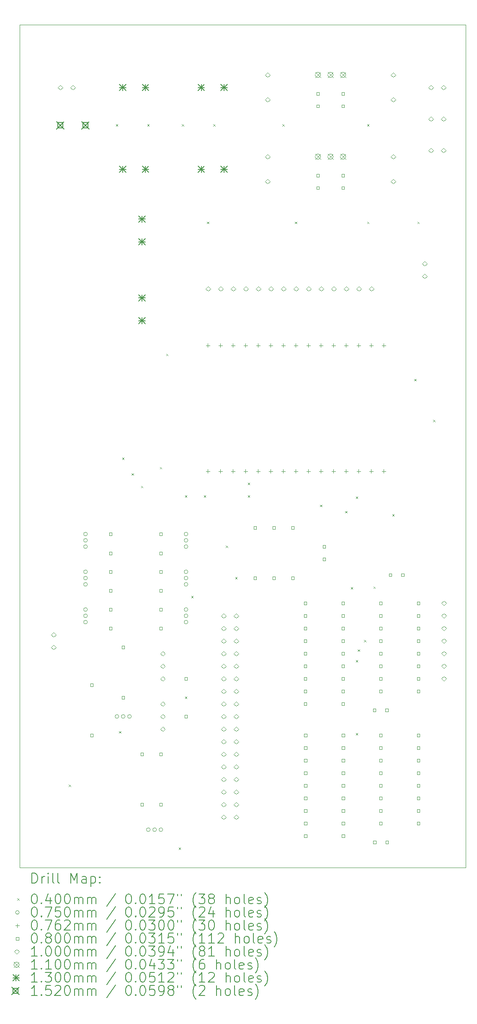
<source format=gbr>
%TF.GenerationSoftware,KiCad,Pcbnew,6.0.11-2627ca5db0~126~ubuntu20.04.1*%
%TF.CreationDate,2023-10-14T11:39:15+02:00*%
%TF.ProjectId,driverboardAnnax37623,64726976-6572-4626-9f61-7264416e6e61,rev?*%
%TF.SameCoordinates,Original*%
%TF.FileFunction,Drillmap*%
%TF.FilePolarity,Positive*%
%FSLAX45Y45*%
G04 Gerber Fmt 4.5, Leading zero omitted, Abs format (unit mm)*
G04 Created by KiCad (PCBNEW 6.0.11-2627ca5db0~126~ubuntu20.04.1) date 2023-10-14 11:39:15*
%MOMM*%
%LPD*%
G01*
G04 APERTURE LIST*
%ADD10C,0.100000*%
%ADD11C,0.200000*%
%ADD12C,0.040000*%
%ADD13C,0.075000*%
%ADD14C,0.076200*%
%ADD15C,0.080000*%
%ADD16C,0.110000*%
%ADD17C,0.130000*%
%ADD18C,0.152000*%
G04 APERTURE END LIST*
D10*
X2476500Y-19558000D02*
X2476500Y-2540000D01*
X11493500Y-2540000D02*
X11493500Y-19558000D01*
X11493500Y-19558000D02*
X2476500Y-19558000D01*
X2476500Y-2540000D02*
X11493500Y-2540000D01*
D11*
D12*
X3472500Y-17887000D02*
X3512500Y-17927000D01*
X3512500Y-17887000D02*
X3472500Y-17927000D01*
X4425000Y-4552000D02*
X4465000Y-4592000D01*
X4465000Y-4552000D02*
X4425000Y-4592000D01*
X4488500Y-16807500D02*
X4528500Y-16847500D01*
X4528500Y-16807500D02*
X4488500Y-16847500D01*
X4552000Y-11283000D02*
X4592000Y-11323000D01*
X4592000Y-11283000D02*
X4552000Y-11323000D01*
X4742500Y-11600500D02*
X4782500Y-11640500D01*
X4782500Y-11600500D02*
X4742500Y-11640500D01*
X4933000Y-11854500D02*
X4973000Y-11894500D01*
X4973000Y-11854500D02*
X4933000Y-11894500D01*
X5060000Y-4552000D02*
X5100000Y-4592000D01*
X5100000Y-4552000D02*
X5060000Y-4592000D01*
X5314000Y-11473500D02*
X5354000Y-11513500D01*
X5354000Y-11473500D02*
X5314000Y-11513500D01*
X5441000Y-9187500D02*
X5481000Y-9227500D01*
X5481000Y-9187500D02*
X5441000Y-9227500D01*
X5695000Y-19157000D02*
X5735000Y-19197000D01*
X5735000Y-19157000D02*
X5695000Y-19197000D01*
X5758500Y-4552000D02*
X5798500Y-4592000D01*
X5798500Y-4552000D02*
X5758500Y-4592000D01*
X5822000Y-12045000D02*
X5862000Y-12085000D01*
X5862000Y-12045000D02*
X5822000Y-12085000D01*
X5822000Y-16109000D02*
X5862000Y-16149000D01*
X5862000Y-16109000D02*
X5822000Y-16149000D01*
X5949000Y-14077000D02*
X5989000Y-14117000D01*
X5989000Y-14077000D02*
X5949000Y-14117000D01*
X6203000Y-12045000D02*
X6243000Y-12085000D01*
X6243000Y-12045000D02*
X6203000Y-12085000D01*
X6266500Y-6520500D02*
X6306500Y-6560500D01*
X6306500Y-6520500D02*
X6266500Y-6560500D01*
X6393500Y-4552000D02*
X6433500Y-4592000D01*
X6433500Y-4552000D02*
X6393500Y-4592000D01*
X6647500Y-13061000D02*
X6687500Y-13101000D01*
X6687500Y-13061000D02*
X6647500Y-13101000D01*
X6838000Y-13696000D02*
X6878000Y-13736000D01*
X6878000Y-13696000D02*
X6838000Y-13736000D01*
X7092000Y-11791000D02*
X7132000Y-11831000D01*
X7132000Y-11791000D02*
X7092000Y-11831000D01*
X7092000Y-12045000D02*
X7132000Y-12085000D01*
X7132000Y-12045000D02*
X7092000Y-12085000D01*
X7790500Y-4552000D02*
X7830500Y-4592000D01*
X7830500Y-4552000D02*
X7790500Y-4592000D01*
X8044500Y-6520500D02*
X8084500Y-6560500D01*
X8084500Y-6520500D02*
X8044500Y-6560500D01*
X8552500Y-12235500D02*
X8592500Y-12275500D01*
X8592500Y-12235500D02*
X8552500Y-12275500D01*
X9060500Y-12362500D02*
X9100500Y-12402500D01*
X9100500Y-12362500D02*
X9060500Y-12402500D01*
X9174800Y-13899200D02*
X9214800Y-13939200D01*
X9214800Y-13899200D02*
X9174800Y-13939200D01*
X9276050Y-12070400D02*
X9316050Y-12110400D01*
X9316050Y-12070400D02*
X9276050Y-12110400D01*
X9276400Y-15372400D02*
X9316400Y-15412400D01*
X9316400Y-15372400D02*
X9276400Y-15412400D01*
X9276400Y-16845600D02*
X9316400Y-16885600D01*
X9316400Y-16845600D02*
X9276400Y-16885600D01*
X9314500Y-15156500D02*
X9354500Y-15196500D01*
X9354500Y-15156500D02*
X9314500Y-15196500D01*
X9441500Y-14966000D02*
X9481500Y-15006000D01*
X9481500Y-14966000D02*
X9441500Y-15006000D01*
X9505000Y-4552000D02*
X9545000Y-4592000D01*
X9545000Y-4552000D02*
X9505000Y-4592000D01*
X9505000Y-6520500D02*
X9545000Y-6560500D01*
X9545000Y-6520500D02*
X9505000Y-6560500D01*
X9632000Y-13886500D02*
X9672000Y-13926500D01*
X9672000Y-13886500D02*
X9632000Y-13926500D01*
X10013000Y-12426000D02*
X10053000Y-12466000D01*
X10053000Y-12426000D02*
X10013000Y-12466000D01*
X10457500Y-9695500D02*
X10497500Y-9735500D01*
X10497500Y-9695500D02*
X10457500Y-9735500D01*
X10521000Y-6520500D02*
X10561000Y-6560500D01*
X10561000Y-6520500D02*
X10521000Y-6560500D01*
X10838500Y-10521000D02*
X10878500Y-10561000D01*
X10878500Y-10521000D02*
X10838500Y-10561000D01*
D13*
X3847500Y-12827000D02*
G75*
G03*
X3847500Y-12827000I-37500J0D01*
G01*
X3847500Y-12954000D02*
G75*
G03*
X3847500Y-12954000I-37500J0D01*
G01*
X3847500Y-13081000D02*
G75*
G03*
X3847500Y-13081000I-37500J0D01*
G01*
X3847500Y-13589000D02*
G75*
G03*
X3847500Y-13589000I-37500J0D01*
G01*
X3847500Y-13716000D02*
G75*
G03*
X3847500Y-13716000I-37500J0D01*
G01*
X3847500Y-13843000D02*
G75*
G03*
X3847500Y-13843000I-37500J0D01*
G01*
X3847500Y-14351000D02*
G75*
G03*
X3847500Y-14351000I-37500J0D01*
G01*
X3847500Y-14478000D02*
G75*
G03*
X3847500Y-14478000I-37500J0D01*
G01*
X3847500Y-14605000D02*
G75*
G03*
X3847500Y-14605000I-37500J0D01*
G01*
X4482500Y-16510000D02*
G75*
G03*
X4482500Y-16510000I-37500J0D01*
G01*
X4609500Y-16510000D02*
G75*
G03*
X4609500Y-16510000I-37500J0D01*
G01*
X4736500Y-16510000D02*
G75*
G03*
X4736500Y-16510000I-37500J0D01*
G01*
X5117500Y-18796000D02*
G75*
G03*
X5117500Y-18796000I-37500J0D01*
G01*
X5244500Y-18796000D02*
G75*
G03*
X5244500Y-18796000I-37500J0D01*
G01*
X5371500Y-18796000D02*
G75*
G03*
X5371500Y-18796000I-37500J0D01*
G01*
X5879500Y-12827000D02*
G75*
G03*
X5879500Y-12827000I-37500J0D01*
G01*
X5879500Y-12954000D02*
G75*
G03*
X5879500Y-12954000I-37500J0D01*
G01*
X5879500Y-13081000D02*
G75*
G03*
X5879500Y-13081000I-37500J0D01*
G01*
X5879500Y-13589000D02*
G75*
G03*
X5879500Y-13589000I-37500J0D01*
G01*
X5879500Y-13716000D02*
G75*
G03*
X5879500Y-13716000I-37500J0D01*
G01*
X5879500Y-13843000D02*
G75*
G03*
X5879500Y-13843000I-37500J0D01*
G01*
X5879500Y-14351000D02*
G75*
G03*
X5879500Y-14351000I-37500J0D01*
G01*
X5879500Y-14478000D02*
G75*
G03*
X5879500Y-14478000I-37500J0D01*
G01*
X5879500Y-14605000D02*
G75*
G03*
X5879500Y-14605000I-37500J0D01*
G01*
D14*
X6284000Y-8978900D02*
X6284000Y-9055100D01*
X6245900Y-9017000D02*
X6322100Y-9017000D01*
X6284000Y-11518900D02*
X6284000Y-11595100D01*
X6245900Y-11557000D02*
X6322100Y-11557000D01*
X6538000Y-8978900D02*
X6538000Y-9055100D01*
X6499900Y-9017000D02*
X6576100Y-9017000D01*
X6538000Y-11518900D02*
X6538000Y-11595100D01*
X6499900Y-11557000D02*
X6576100Y-11557000D01*
X6792000Y-8978900D02*
X6792000Y-9055100D01*
X6753900Y-9017000D02*
X6830100Y-9017000D01*
X6792000Y-11518900D02*
X6792000Y-11595100D01*
X6753900Y-11557000D02*
X6830100Y-11557000D01*
X7046000Y-8978900D02*
X7046000Y-9055100D01*
X7007900Y-9017000D02*
X7084100Y-9017000D01*
X7046000Y-11518900D02*
X7046000Y-11595100D01*
X7007900Y-11557000D02*
X7084100Y-11557000D01*
X7300000Y-8978900D02*
X7300000Y-9055100D01*
X7261900Y-9017000D02*
X7338100Y-9017000D01*
X7300000Y-11518900D02*
X7300000Y-11595100D01*
X7261900Y-11557000D02*
X7338100Y-11557000D01*
X7554000Y-8978900D02*
X7554000Y-9055100D01*
X7515900Y-9017000D02*
X7592100Y-9017000D01*
X7554000Y-11518900D02*
X7554000Y-11595100D01*
X7515900Y-11557000D02*
X7592100Y-11557000D01*
X7808000Y-8978900D02*
X7808000Y-9055100D01*
X7769900Y-9017000D02*
X7846100Y-9017000D01*
X7808000Y-11518900D02*
X7808000Y-11595100D01*
X7769900Y-11557000D02*
X7846100Y-11557000D01*
X8062000Y-8978900D02*
X8062000Y-9055100D01*
X8023900Y-9017000D02*
X8100100Y-9017000D01*
X8062000Y-11518900D02*
X8062000Y-11595100D01*
X8023900Y-11557000D02*
X8100100Y-11557000D01*
X8316000Y-8978900D02*
X8316000Y-9055100D01*
X8277900Y-9017000D02*
X8354100Y-9017000D01*
X8316000Y-11518900D02*
X8316000Y-11595100D01*
X8277900Y-11557000D02*
X8354100Y-11557000D01*
X8570000Y-8978900D02*
X8570000Y-9055100D01*
X8531900Y-9017000D02*
X8608100Y-9017000D01*
X8570000Y-11518900D02*
X8570000Y-11595100D01*
X8531900Y-11557000D02*
X8608100Y-11557000D01*
X8824000Y-8978900D02*
X8824000Y-9055100D01*
X8785900Y-9017000D02*
X8862100Y-9017000D01*
X8824000Y-11518900D02*
X8824000Y-11595100D01*
X8785900Y-11557000D02*
X8862100Y-11557000D01*
X9078000Y-8978900D02*
X9078000Y-9055100D01*
X9039900Y-9017000D02*
X9116100Y-9017000D01*
X9078000Y-11518900D02*
X9078000Y-11595100D01*
X9039900Y-11557000D02*
X9116100Y-11557000D01*
X9332000Y-8978900D02*
X9332000Y-9055100D01*
X9293900Y-9017000D02*
X9370100Y-9017000D01*
X9332000Y-11518900D02*
X9332000Y-11595100D01*
X9293900Y-11557000D02*
X9370100Y-11557000D01*
X9586000Y-8978900D02*
X9586000Y-9055100D01*
X9547900Y-9017000D02*
X9624100Y-9017000D01*
X9586000Y-11518900D02*
X9586000Y-11595100D01*
X9547900Y-11557000D02*
X9624100Y-11557000D01*
X9840000Y-8978900D02*
X9840000Y-9055100D01*
X9801900Y-9017000D02*
X9878100Y-9017000D01*
X9840000Y-11518900D02*
X9840000Y-11595100D01*
X9801900Y-11557000D02*
X9878100Y-11557000D01*
D15*
X3965284Y-15903284D02*
X3965284Y-15846715D01*
X3908715Y-15846715D01*
X3908715Y-15903284D01*
X3965284Y-15903284D01*
X3965284Y-16919285D02*
X3965284Y-16862716D01*
X3908715Y-16862716D01*
X3908715Y-16919285D01*
X3965284Y-16919285D01*
X4346285Y-12855284D02*
X4346285Y-12798715D01*
X4289716Y-12798715D01*
X4289716Y-12855284D01*
X4346285Y-12855284D01*
X4346285Y-13246284D02*
X4346285Y-13189715D01*
X4289716Y-13189715D01*
X4289716Y-13246284D01*
X4346285Y-13246284D01*
X4346285Y-13617284D02*
X4346285Y-13560715D01*
X4289716Y-13560715D01*
X4289716Y-13617284D01*
X4346285Y-13617284D01*
X4346285Y-13998284D02*
X4346285Y-13941715D01*
X4289716Y-13941715D01*
X4289716Y-13998284D01*
X4346285Y-13998284D01*
X4346285Y-14379284D02*
X4346285Y-14322715D01*
X4289716Y-14322715D01*
X4289716Y-14379284D01*
X4346285Y-14379284D01*
X4346285Y-14760284D02*
X4346285Y-14703715D01*
X4289716Y-14703715D01*
X4289716Y-14760284D01*
X4346285Y-14760284D01*
X4600285Y-15141284D02*
X4600285Y-15084715D01*
X4543716Y-15084715D01*
X4543716Y-15141284D01*
X4600285Y-15141284D01*
X4600285Y-16157284D02*
X4600285Y-16100715D01*
X4543716Y-16100715D01*
X4543716Y-16157284D01*
X4600285Y-16157284D01*
X4981285Y-17300285D02*
X4981285Y-17243716D01*
X4924716Y-17243716D01*
X4924716Y-17300285D01*
X4981285Y-17300285D01*
X4981285Y-18316285D02*
X4981285Y-18259716D01*
X4924716Y-18259716D01*
X4924716Y-18316285D01*
X4981285Y-18316285D01*
X5362285Y-12855284D02*
X5362285Y-12798715D01*
X5305716Y-12798715D01*
X5305716Y-12855284D01*
X5362285Y-12855284D01*
X5362285Y-13246284D02*
X5362285Y-13189715D01*
X5305716Y-13189715D01*
X5305716Y-13246284D01*
X5362285Y-13246284D01*
X5362285Y-13617284D02*
X5362285Y-13560715D01*
X5305716Y-13560715D01*
X5305716Y-13617284D01*
X5362285Y-13617284D01*
X5362285Y-13998284D02*
X5362285Y-13941715D01*
X5305716Y-13941715D01*
X5305716Y-13998284D01*
X5362285Y-13998284D01*
X5362285Y-14379284D02*
X5362285Y-14322715D01*
X5305716Y-14322715D01*
X5305716Y-14379284D01*
X5362285Y-14379284D01*
X5362285Y-14760284D02*
X5362285Y-14703715D01*
X5305716Y-14703715D01*
X5305716Y-14760284D01*
X5362285Y-14760284D01*
X5362285Y-17300285D02*
X5362285Y-17243716D01*
X5305716Y-17243716D01*
X5305716Y-17300285D01*
X5362285Y-17300285D01*
X5362285Y-18316285D02*
X5362285Y-18259716D01*
X5305716Y-18259716D01*
X5305716Y-18316285D01*
X5362285Y-18316285D01*
X5870284Y-15776284D02*
X5870284Y-15719715D01*
X5813715Y-15719715D01*
X5813715Y-15776284D01*
X5870284Y-15776284D01*
X5870284Y-16538284D02*
X5870284Y-16481715D01*
X5813715Y-16481715D01*
X5813715Y-16538284D01*
X5870284Y-16538284D01*
X7267284Y-12728284D02*
X7267284Y-12671715D01*
X7210715Y-12671715D01*
X7210715Y-12728284D01*
X7267284Y-12728284D01*
X7267284Y-13744284D02*
X7267284Y-13687715D01*
X7210715Y-13687715D01*
X7210715Y-13744284D01*
X7267284Y-13744284D01*
X7648284Y-12728284D02*
X7648284Y-12671715D01*
X7591715Y-12671715D01*
X7591715Y-12728284D01*
X7648284Y-12728284D01*
X7648284Y-13744284D02*
X7648284Y-13687715D01*
X7591715Y-13687715D01*
X7591715Y-13744284D01*
X7648284Y-13744284D01*
X8029284Y-12728284D02*
X8029284Y-12671715D01*
X7972715Y-12671715D01*
X7972715Y-12728284D01*
X8029284Y-12728284D01*
X8029284Y-13744284D02*
X8029284Y-13687715D01*
X7972715Y-13687715D01*
X7972715Y-13744284D01*
X8029284Y-13744284D01*
X8283284Y-14252284D02*
X8283284Y-14195715D01*
X8226715Y-14195715D01*
X8226715Y-14252284D01*
X8283284Y-14252284D01*
X8283284Y-14506284D02*
X8283284Y-14449715D01*
X8226715Y-14449715D01*
X8226715Y-14506284D01*
X8283284Y-14506284D01*
X8283284Y-14760284D02*
X8283284Y-14703715D01*
X8226715Y-14703715D01*
X8226715Y-14760284D01*
X8283284Y-14760284D01*
X8283284Y-15014284D02*
X8283284Y-14957715D01*
X8226715Y-14957715D01*
X8226715Y-15014284D01*
X8283284Y-15014284D01*
X8283284Y-15268284D02*
X8283284Y-15211715D01*
X8226715Y-15211715D01*
X8226715Y-15268284D01*
X8283284Y-15268284D01*
X8283284Y-15522284D02*
X8283284Y-15465715D01*
X8226715Y-15465715D01*
X8226715Y-15522284D01*
X8283284Y-15522284D01*
X8283284Y-15776284D02*
X8283284Y-15719715D01*
X8226715Y-15719715D01*
X8226715Y-15776284D01*
X8283284Y-15776284D01*
X8283284Y-16030284D02*
X8283284Y-15973715D01*
X8226715Y-15973715D01*
X8226715Y-16030284D01*
X8283284Y-16030284D01*
X8283284Y-16284284D02*
X8283284Y-16227715D01*
X8226715Y-16227715D01*
X8226715Y-16284284D01*
X8283284Y-16284284D01*
X8284784Y-16919285D02*
X8284784Y-16862716D01*
X8228215Y-16862716D01*
X8228215Y-16919285D01*
X8284784Y-16919285D01*
X8284784Y-17173285D02*
X8284784Y-17116716D01*
X8228215Y-17116716D01*
X8228215Y-17173285D01*
X8284784Y-17173285D01*
X8284784Y-17427285D02*
X8284784Y-17370716D01*
X8228215Y-17370716D01*
X8228215Y-17427285D01*
X8284784Y-17427285D01*
X8284784Y-17681285D02*
X8284784Y-17624716D01*
X8228215Y-17624716D01*
X8228215Y-17681285D01*
X8284784Y-17681285D01*
X8284784Y-17935285D02*
X8284784Y-17878716D01*
X8228215Y-17878716D01*
X8228215Y-17935285D01*
X8284784Y-17935285D01*
X8284784Y-18189285D02*
X8284784Y-18132716D01*
X8228215Y-18132716D01*
X8228215Y-18189285D01*
X8284784Y-18189285D01*
X8284784Y-18443285D02*
X8284784Y-18386716D01*
X8228215Y-18386716D01*
X8228215Y-18443285D01*
X8284784Y-18443285D01*
X8284784Y-18697285D02*
X8284784Y-18640716D01*
X8228215Y-18640716D01*
X8228215Y-18697285D01*
X8284784Y-18697285D01*
X8284784Y-18951285D02*
X8284784Y-18894716D01*
X8228215Y-18894716D01*
X8228215Y-18951285D01*
X8284784Y-18951285D01*
X8537285Y-3965284D02*
X8537285Y-3908715D01*
X8480716Y-3908715D01*
X8480716Y-3965284D01*
X8537285Y-3965284D01*
X8537285Y-4215285D02*
X8537285Y-4158715D01*
X8480716Y-4158715D01*
X8480716Y-4215285D01*
X8537285Y-4215285D01*
X8537285Y-5616284D02*
X8537285Y-5559716D01*
X8480716Y-5559716D01*
X8480716Y-5616284D01*
X8537285Y-5616284D01*
X8537285Y-5866284D02*
X8537285Y-5809715D01*
X8480716Y-5809715D01*
X8480716Y-5866284D01*
X8537285Y-5866284D01*
X8664285Y-13111284D02*
X8664285Y-13054715D01*
X8607716Y-13054715D01*
X8607716Y-13111284D01*
X8664285Y-13111284D01*
X8664285Y-13361284D02*
X8664285Y-13304715D01*
X8607716Y-13304715D01*
X8607716Y-13361284D01*
X8664285Y-13361284D01*
X9045285Y-3965284D02*
X9045285Y-3908715D01*
X8988716Y-3908715D01*
X8988716Y-3965284D01*
X9045285Y-3965284D01*
X9045285Y-4215285D02*
X9045285Y-4158715D01*
X8988716Y-4158715D01*
X8988716Y-4215285D01*
X9045285Y-4215285D01*
X9045285Y-5616284D02*
X9045285Y-5559716D01*
X8988716Y-5559716D01*
X8988716Y-5616284D01*
X9045285Y-5616284D01*
X9045285Y-5866284D02*
X9045285Y-5809715D01*
X8988716Y-5809715D01*
X8988716Y-5866284D01*
X9045285Y-5866284D01*
X9045285Y-14252284D02*
X9045285Y-14195715D01*
X8988716Y-14195715D01*
X8988716Y-14252284D01*
X9045285Y-14252284D01*
X9045285Y-14506284D02*
X9045285Y-14449715D01*
X8988716Y-14449715D01*
X8988716Y-14506284D01*
X9045285Y-14506284D01*
X9045285Y-14760284D02*
X9045285Y-14703715D01*
X8988716Y-14703715D01*
X8988716Y-14760284D01*
X9045285Y-14760284D01*
X9045285Y-15014284D02*
X9045285Y-14957715D01*
X8988716Y-14957715D01*
X8988716Y-15014284D01*
X9045285Y-15014284D01*
X9045285Y-15268284D02*
X9045285Y-15211715D01*
X8988716Y-15211715D01*
X8988716Y-15268284D01*
X9045285Y-15268284D01*
X9045285Y-15522284D02*
X9045285Y-15465715D01*
X8988716Y-15465715D01*
X8988716Y-15522284D01*
X9045285Y-15522284D01*
X9045285Y-15776284D02*
X9045285Y-15719715D01*
X8988716Y-15719715D01*
X8988716Y-15776284D01*
X9045285Y-15776284D01*
X9045285Y-16030284D02*
X9045285Y-15973715D01*
X8988716Y-15973715D01*
X8988716Y-16030284D01*
X9045285Y-16030284D01*
X9045285Y-16284284D02*
X9045285Y-16227715D01*
X8988716Y-16227715D01*
X8988716Y-16284284D01*
X9045285Y-16284284D01*
X9046785Y-16919285D02*
X9046785Y-16862716D01*
X8990216Y-16862716D01*
X8990216Y-16919285D01*
X9046785Y-16919285D01*
X9046785Y-17173285D02*
X9046785Y-17116716D01*
X8990216Y-17116716D01*
X8990216Y-17173285D01*
X9046785Y-17173285D01*
X9046785Y-17427285D02*
X9046785Y-17370716D01*
X8990216Y-17370716D01*
X8990216Y-17427285D01*
X9046785Y-17427285D01*
X9046785Y-17681285D02*
X9046785Y-17624716D01*
X8990216Y-17624716D01*
X8990216Y-17681285D01*
X9046785Y-17681285D01*
X9046785Y-17935285D02*
X9046785Y-17878716D01*
X8990216Y-17878716D01*
X8990216Y-17935285D01*
X9046785Y-17935285D01*
X9046785Y-18189285D02*
X9046785Y-18132716D01*
X8990216Y-18132716D01*
X8990216Y-18189285D01*
X9046785Y-18189285D01*
X9046785Y-18443285D02*
X9046785Y-18386716D01*
X8990216Y-18386716D01*
X8990216Y-18443285D01*
X9046785Y-18443285D01*
X9046785Y-18697285D02*
X9046785Y-18640716D01*
X8990216Y-18640716D01*
X8990216Y-18697285D01*
X9046785Y-18697285D01*
X9046785Y-18951285D02*
X9046785Y-18894716D01*
X8990216Y-18894716D01*
X8990216Y-18951285D01*
X9046785Y-18951285D01*
X9680285Y-16411284D02*
X9680285Y-16354715D01*
X9623716Y-16354715D01*
X9623716Y-16411284D01*
X9680285Y-16411284D01*
X9684285Y-19078285D02*
X9684285Y-19021716D01*
X9627716Y-19021716D01*
X9627716Y-19078285D01*
X9684285Y-19078285D01*
X9806285Y-14253284D02*
X9806285Y-14196715D01*
X9749716Y-14196715D01*
X9749716Y-14253284D01*
X9806285Y-14253284D01*
X9806285Y-14507284D02*
X9806285Y-14450715D01*
X9749716Y-14450715D01*
X9749716Y-14507284D01*
X9806285Y-14507284D01*
X9806285Y-14761284D02*
X9806285Y-14704715D01*
X9749716Y-14704715D01*
X9749716Y-14761284D01*
X9806285Y-14761284D01*
X9806285Y-15015284D02*
X9806285Y-14958715D01*
X9749716Y-14958715D01*
X9749716Y-15015284D01*
X9806285Y-15015284D01*
X9806285Y-15269284D02*
X9806285Y-15212715D01*
X9749716Y-15212715D01*
X9749716Y-15269284D01*
X9806285Y-15269284D01*
X9806285Y-15523284D02*
X9806285Y-15466715D01*
X9749716Y-15466715D01*
X9749716Y-15523284D01*
X9806285Y-15523284D01*
X9806285Y-15777284D02*
X9806285Y-15720715D01*
X9749716Y-15720715D01*
X9749716Y-15777284D01*
X9806285Y-15777284D01*
X9806285Y-16031284D02*
X9806285Y-15974715D01*
X9749716Y-15974715D01*
X9749716Y-16031284D01*
X9806285Y-16031284D01*
X9806285Y-16920285D02*
X9806285Y-16863716D01*
X9749716Y-16863716D01*
X9749716Y-16920285D01*
X9806285Y-16920285D01*
X9806285Y-17174285D02*
X9806285Y-17117716D01*
X9749716Y-17117716D01*
X9749716Y-17174285D01*
X9806285Y-17174285D01*
X9806285Y-17428285D02*
X9806285Y-17371716D01*
X9749716Y-17371716D01*
X9749716Y-17428285D01*
X9806285Y-17428285D01*
X9806285Y-17682285D02*
X9806285Y-17625716D01*
X9749716Y-17625716D01*
X9749716Y-17682285D01*
X9806285Y-17682285D01*
X9806285Y-17936285D02*
X9806285Y-17879716D01*
X9749716Y-17879716D01*
X9749716Y-17936285D01*
X9806285Y-17936285D01*
X9806285Y-18190285D02*
X9806285Y-18133716D01*
X9749716Y-18133716D01*
X9749716Y-18190285D01*
X9806285Y-18190285D01*
X9806285Y-18444285D02*
X9806285Y-18387716D01*
X9749716Y-18387716D01*
X9749716Y-18444285D01*
X9806285Y-18444285D01*
X9806285Y-18698285D02*
X9806285Y-18641716D01*
X9749716Y-18641716D01*
X9749716Y-18698285D01*
X9806285Y-18698285D01*
X9930285Y-16411284D02*
X9930285Y-16354715D01*
X9873716Y-16354715D01*
X9873716Y-16411284D01*
X9930285Y-16411284D01*
X9934285Y-19078285D02*
X9934285Y-19021716D01*
X9877716Y-19021716D01*
X9877716Y-19078285D01*
X9934285Y-19078285D01*
X10001785Y-13680784D02*
X10001785Y-13624215D01*
X9945216Y-13624215D01*
X9945216Y-13680784D01*
X10001785Y-13680784D01*
X10251785Y-13680784D02*
X10251785Y-13624215D01*
X10195216Y-13624215D01*
X10195216Y-13680784D01*
X10251785Y-13680784D01*
X10568285Y-14253284D02*
X10568285Y-14196715D01*
X10511716Y-14196715D01*
X10511716Y-14253284D01*
X10568285Y-14253284D01*
X10568285Y-14507284D02*
X10568285Y-14450715D01*
X10511716Y-14450715D01*
X10511716Y-14507284D01*
X10568285Y-14507284D01*
X10568285Y-14761284D02*
X10568285Y-14704715D01*
X10511716Y-14704715D01*
X10511716Y-14761284D01*
X10568285Y-14761284D01*
X10568285Y-15015284D02*
X10568285Y-14958715D01*
X10511716Y-14958715D01*
X10511716Y-15015284D01*
X10568285Y-15015284D01*
X10568285Y-15269284D02*
X10568285Y-15212715D01*
X10511716Y-15212715D01*
X10511716Y-15269284D01*
X10568285Y-15269284D01*
X10568285Y-15523284D02*
X10568285Y-15466715D01*
X10511716Y-15466715D01*
X10511716Y-15523284D01*
X10568285Y-15523284D01*
X10568285Y-15777284D02*
X10568285Y-15720715D01*
X10511716Y-15720715D01*
X10511716Y-15777284D01*
X10568285Y-15777284D01*
X10568285Y-16031284D02*
X10568285Y-15974715D01*
X10511716Y-15974715D01*
X10511716Y-16031284D01*
X10568285Y-16031284D01*
X10568285Y-16920285D02*
X10568285Y-16863716D01*
X10511716Y-16863716D01*
X10511716Y-16920285D01*
X10568285Y-16920285D01*
X10568285Y-17174285D02*
X10568285Y-17117716D01*
X10511716Y-17117716D01*
X10511716Y-17174285D01*
X10568285Y-17174285D01*
X10568285Y-17428285D02*
X10568285Y-17371716D01*
X10511716Y-17371716D01*
X10511716Y-17428285D01*
X10568285Y-17428285D01*
X10568285Y-17682285D02*
X10568285Y-17625716D01*
X10511716Y-17625716D01*
X10511716Y-17682285D01*
X10568285Y-17682285D01*
X10568285Y-17936285D02*
X10568285Y-17879716D01*
X10511716Y-17879716D01*
X10511716Y-17936285D01*
X10568285Y-17936285D01*
X10568285Y-18190285D02*
X10568285Y-18133716D01*
X10511716Y-18133716D01*
X10511716Y-18190285D01*
X10568285Y-18190285D01*
X10568285Y-18444285D02*
X10568285Y-18387716D01*
X10511716Y-18387716D01*
X10511716Y-18444285D01*
X10568285Y-18444285D01*
X10568285Y-18698285D02*
X10568285Y-18641716D01*
X10511716Y-18641716D01*
X10511716Y-18698285D01*
X10568285Y-18698285D01*
D10*
X3169000Y-14909000D02*
X3219000Y-14859000D01*
X3169000Y-14809000D01*
X3119000Y-14859000D01*
X3169000Y-14909000D01*
X3169000Y-15163000D02*
X3219000Y-15113000D01*
X3169000Y-15063000D01*
X3119000Y-15113000D01*
X3169000Y-15163000D01*
X3302000Y-3860000D02*
X3352000Y-3810000D01*
X3302000Y-3760000D01*
X3252000Y-3810000D01*
X3302000Y-3860000D01*
X3556000Y-3860000D02*
X3606000Y-3810000D01*
X3556000Y-3760000D01*
X3506000Y-3810000D01*
X3556000Y-3860000D01*
X5371500Y-15290000D02*
X5421500Y-15240000D01*
X5371500Y-15190000D01*
X5321500Y-15240000D01*
X5371500Y-15290000D01*
X5371500Y-15544000D02*
X5421500Y-15494000D01*
X5371500Y-15444000D01*
X5321500Y-15494000D01*
X5371500Y-15544000D01*
X5371500Y-15798000D02*
X5421500Y-15748000D01*
X5371500Y-15698000D01*
X5321500Y-15748000D01*
X5371500Y-15798000D01*
X5371500Y-16306000D02*
X5421500Y-16256000D01*
X5371500Y-16206000D01*
X5321500Y-16256000D01*
X5371500Y-16306000D01*
X5371500Y-16560000D02*
X5421500Y-16510000D01*
X5371500Y-16460000D01*
X5321500Y-16510000D01*
X5371500Y-16560000D01*
X5371500Y-16814000D02*
X5421500Y-16764000D01*
X5371500Y-16714000D01*
X5321500Y-16764000D01*
X5371500Y-16814000D01*
X6292500Y-7924000D02*
X6342500Y-7874000D01*
X6292500Y-7824000D01*
X6242500Y-7874000D01*
X6292500Y-7924000D01*
X6546500Y-7924000D02*
X6596500Y-7874000D01*
X6546500Y-7824000D01*
X6496500Y-7874000D01*
X6546500Y-7924000D01*
X6604000Y-14528000D02*
X6654000Y-14478000D01*
X6604000Y-14428000D01*
X6554000Y-14478000D01*
X6604000Y-14528000D01*
X6604000Y-14782000D02*
X6654000Y-14732000D01*
X6604000Y-14682000D01*
X6554000Y-14732000D01*
X6604000Y-14782000D01*
X6604000Y-15036000D02*
X6654000Y-14986000D01*
X6604000Y-14936000D01*
X6554000Y-14986000D01*
X6604000Y-15036000D01*
X6604000Y-15290000D02*
X6654000Y-15240000D01*
X6604000Y-15190000D01*
X6554000Y-15240000D01*
X6604000Y-15290000D01*
X6604000Y-15544000D02*
X6654000Y-15494000D01*
X6604000Y-15444000D01*
X6554000Y-15494000D01*
X6604000Y-15544000D01*
X6604000Y-15798000D02*
X6654000Y-15748000D01*
X6604000Y-15698000D01*
X6554000Y-15748000D01*
X6604000Y-15798000D01*
X6604000Y-16052000D02*
X6654000Y-16002000D01*
X6604000Y-15952000D01*
X6554000Y-16002000D01*
X6604000Y-16052000D01*
X6604000Y-16306000D02*
X6654000Y-16256000D01*
X6604000Y-16206000D01*
X6554000Y-16256000D01*
X6604000Y-16306000D01*
X6604000Y-16560000D02*
X6654000Y-16510000D01*
X6604000Y-16460000D01*
X6554000Y-16510000D01*
X6604000Y-16560000D01*
X6604000Y-16814000D02*
X6654000Y-16764000D01*
X6604000Y-16714000D01*
X6554000Y-16764000D01*
X6604000Y-16814000D01*
X6604000Y-17068000D02*
X6654000Y-17018000D01*
X6604000Y-16968000D01*
X6554000Y-17018000D01*
X6604000Y-17068000D01*
X6604000Y-17322000D02*
X6654000Y-17272000D01*
X6604000Y-17222000D01*
X6554000Y-17272000D01*
X6604000Y-17322000D01*
X6604000Y-17576000D02*
X6654000Y-17526000D01*
X6604000Y-17476000D01*
X6554000Y-17526000D01*
X6604000Y-17576000D01*
X6604000Y-17830000D02*
X6654000Y-17780000D01*
X6604000Y-17730000D01*
X6554000Y-17780000D01*
X6604000Y-17830000D01*
X6604000Y-18084000D02*
X6654000Y-18034000D01*
X6604000Y-17984000D01*
X6554000Y-18034000D01*
X6604000Y-18084000D01*
X6604000Y-18338000D02*
X6654000Y-18288000D01*
X6604000Y-18238000D01*
X6554000Y-18288000D01*
X6604000Y-18338000D01*
X6604000Y-18592000D02*
X6654000Y-18542000D01*
X6604000Y-18492000D01*
X6554000Y-18542000D01*
X6604000Y-18592000D01*
X6800500Y-7924000D02*
X6850500Y-7874000D01*
X6800500Y-7824000D01*
X6750500Y-7874000D01*
X6800500Y-7924000D01*
X6858000Y-14528000D02*
X6908000Y-14478000D01*
X6858000Y-14428000D01*
X6808000Y-14478000D01*
X6858000Y-14528000D01*
X6858000Y-14782000D02*
X6908000Y-14732000D01*
X6858000Y-14682000D01*
X6808000Y-14732000D01*
X6858000Y-14782000D01*
X6858000Y-15036000D02*
X6908000Y-14986000D01*
X6858000Y-14936000D01*
X6808000Y-14986000D01*
X6858000Y-15036000D01*
X6858000Y-15290000D02*
X6908000Y-15240000D01*
X6858000Y-15190000D01*
X6808000Y-15240000D01*
X6858000Y-15290000D01*
X6858000Y-15544000D02*
X6908000Y-15494000D01*
X6858000Y-15444000D01*
X6808000Y-15494000D01*
X6858000Y-15544000D01*
X6858000Y-15798000D02*
X6908000Y-15748000D01*
X6858000Y-15698000D01*
X6808000Y-15748000D01*
X6858000Y-15798000D01*
X6858000Y-16052000D02*
X6908000Y-16002000D01*
X6858000Y-15952000D01*
X6808000Y-16002000D01*
X6858000Y-16052000D01*
X6858000Y-16306000D02*
X6908000Y-16256000D01*
X6858000Y-16206000D01*
X6808000Y-16256000D01*
X6858000Y-16306000D01*
X6858000Y-16560000D02*
X6908000Y-16510000D01*
X6858000Y-16460000D01*
X6808000Y-16510000D01*
X6858000Y-16560000D01*
X6858000Y-16814000D02*
X6908000Y-16764000D01*
X6858000Y-16714000D01*
X6808000Y-16764000D01*
X6858000Y-16814000D01*
X6858000Y-17068000D02*
X6908000Y-17018000D01*
X6858000Y-16968000D01*
X6808000Y-17018000D01*
X6858000Y-17068000D01*
X6858000Y-17322000D02*
X6908000Y-17272000D01*
X6858000Y-17222000D01*
X6808000Y-17272000D01*
X6858000Y-17322000D01*
X6858000Y-17576000D02*
X6908000Y-17526000D01*
X6858000Y-17476000D01*
X6808000Y-17526000D01*
X6858000Y-17576000D01*
X6858000Y-17830000D02*
X6908000Y-17780000D01*
X6858000Y-17730000D01*
X6808000Y-17780000D01*
X6858000Y-17830000D01*
X6858000Y-18084000D02*
X6908000Y-18034000D01*
X6858000Y-17984000D01*
X6808000Y-18034000D01*
X6858000Y-18084000D01*
X6858000Y-18338000D02*
X6908000Y-18288000D01*
X6858000Y-18238000D01*
X6808000Y-18288000D01*
X6858000Y-18338000D01*
X6858000Y-18592000D02*
X6908000Y-18542000D01*
X6858000Y-18492000D01*
X6808000Y-18542000D01*
X6858000Y-18592000D01*
X7054500Y-7924000D02*
X7104500Y-7874000D01*
X7054500Y-7824000D01*
X7004500Y-7874000D01*
X7054500Y-7924000D01*
X7308500Y-7924000D02*
X7358500Y-7874000D01*
X7308500Y-7824000D01*
X7258500Y-7874000D01*
X7308500Y-7924000D01*
X7493000Y-3606000D02*
X7543000Y-3556000D01*
X7493000Y-3506000D01*
X7443000Y-3556000D01*
X7493000Y-3606000D01*
X7493000Y-4106000D02*
X7543000Y-4056000D01*
X7493000Y-4006000D01*
X7443000Y-4056000D01*
X7493000Y-4106000D01*
X7493000Y-5257000D02*
X7543000Y-5207000D01*
X7493000Y-5157000D01*
X7443000Y-5207000D01*
X7493000Y-5257000D01*
X7493000Y-5757000D02*
X7543000Y-5707000D01*
X7493000Y-5657000D01*
X7443000Y-5707000D01*
X7493000Y-5757000D01*
X7562500Y-7924000D02*
X7612500Y-7874000D01*
X7562500Y-7824000D01*
X7512500Y-7874000D01*
X7562500Y-7924000D01*
X7816500Y-7924000D02*
X7866500Y-7874000D01*
X7816500Y-7824000D01*
X7766500Y-7874000D01*
X7816500Y-7924000D01*
X8070500Y-7924000D02*
X8120500Y-7874000D01*
X8070500Y-7824000D01*
X8020500Y-7874000D01*
X8070500Y-7924000D01*
X8324500Y-7924000D02*
X8374500Y-7874000D01*
X8324500Y-7824000D01*
X8274500Y-7874000D01*
X8324500Y-7924000D01*
X8578500Y-7924000D02*
X8628500Y-7874000D01*
X8578500Y-7824000D01*
X8528500Y-7874000D01*
X8578500Y-7924000D01*
X8832500Y-7924000D02*
X8882500Y-7874000D01*
X8832500Y-7824000D01*
X8782500Y-7874000D01*
X8832500Y-7924000D01*
X9086500Y-7924000D02*
X9136500Y-7874000D01*
X9086500Y-7824000D01*
X9036500Y-7874000D01*
X9086500Y-7924000D01*
X9340500Y-7924000D02*
X9390500Y-7874000D01*
X9340500Y-7824000D01*
X9290500Y-7874000D01*
X9340500Y-7924000D01*
X9594500Y-7924000D02*
X9644500Y-7874000D01*
X9594500Y-7824000D01*
X9544500Y-7874000D01*
X9594500Y-7924000D01*
X10033000Y-3606000D02*
X10083000Y-3556000D01*
X10033000Y-3506000D01*
X9983000Y-3556000D01*
X10033000Y-3606000D01*
X10033000Y-4106000D02*
X10083000Y-4056000D01*
X10033000Y-4006000D01*
X9983000Y-4056000D01*
X10033000Y-4106000D01*
X10033000Y-5257000D02*
X10083000Y-5207000D01*
X10033000Y-5157000D01*
X9983000Y-5207000D01*
X10033000Y-5257000D01*
X10033000Y-5757000D02*
X10083000Y-5707000D01*
X10033000Y-5657000D01*
X9983000Y-5707000D01*
X10033000Y-5757000D01*
X10668000Y-7416000D02*
X10718000Y-7366000D01*
X10668000Y-7316000D01*
X10618000Y-7366000D01*
X10668000Y-7416000D01*
X10668000Y-7670000D02*
X10718000Y-7620000D01*
X10668000Y-7570000D01*
X10618000Y-7620000D01*
X10668000Y-7670000D01*
X10795000Y-3860000D02*
X10845000Y-3810000D01*
X10795000Y-3760000D01*
X10745000Y-3810000D01*
X10795000Y-3860000D01*
X10795000Y-4495000D02*
X10845000Y-4445000D01*
X10795000Y-4395000D01*
X10745000Y-4445000D01*
X10795000Y-4495000D01*
X10795000Y-5130000D02*
X10845000Y-5080000D01*
X10795000Y-5030000D01*
X10745000Y-5080000D01*
X10795000Y-5130000D01*
X11049000Y-3860000D02*
X11099000Y-3810000D01*
X11049000Y-3760000D01*
X10999000Y-3810000D01*
X11049000Y-3860000D01*
X11049000Y-4495000D02*
X11099000Y-4445000D01*
X11049000Y-4395000D01*
X10999000Y-4445000D01*
X11049000Y-4495000D01*
X11049000Y-5130000D02*
X11099000Y-5080000D01*
X11049000Y-5030000D01*
X10999000Y-5080000D01*
X11049000Y-5130000D01*
X11056000Y-14273500D02*
X11106000Y-14223500D01*
X11056000Y-14173500D01*
X11006000Y-14223500D01*
X11056000Y-14273500D01*
X11056000Y-14527500D02*
X11106000Y-14477500D01*
X11056000Y-14427500D01*
X11006000Y-14477500D01*
X11056000Y-14527500D01*
X11056000Y-14781500D02*
X11106000Y-14731500D01*
X11056000Y-14681500D01*
X11006000Y-14731500D01*
X11056000Y-14781500D01*
X11056000Y-15035500D02*
X11106000Y-14985500D01*
X11056000Y-14935500D01*
X11006000Y-14985500D01*
X11056000Y-15035500D01*
X11056000Y-15289500D02*
X11106000Y-15239500D01*
X11056000Y-15189500D01*
X11006000Y-15239500D01*
X11056000Y-15289500D01*
X11056000Y-15543500D02*
X11106000Y-15493500D01*
X11056000Y-15443500D01*
X11006000Y-15493500D01*
X11056000Y-15543500D01*
X11056000Y-15797500D02*
X11106000Y-15747500D01*
X11056000Y-15697500D01*
X11006000Y-15747500D01*
X11056000Y-15797500D01*
D16*
X8454000Y-3501000D02*
X8564000Y-3611000D01*
X8564000Y-3501000D02*
X8454000Y-3611000D01*
X8564000Y-3556000D02*
G75*
G03*
X8564000Y-3556000I-55000J0D01*
G01*
X8454000Y-5152000D02*
X8564000Y-5262000D01*
X8564000Y-5152000D02*
X8454000Y-5262000D01*
X8564000Y-5207000D02*
G75*
G03*
X8564000Y-5207000I-55000J0D01*
G01*
X8708000Y-3501000D02*
X8818000Y-3611000D01*
X8818000Y-3501000D02*
X8708000Y-3611000D01*
X8818000Y-3556000D02*
G75*
G03*
X8818000Y-3556000I-55000J0D01*
G01*
X8708000Y-5152000D02*
X8818000Y-5262000D01*
X8818000Y-5152000D02*
X8708000Y-5262000D01*
X8818000Y-5207000D02*
G75*
G03*
X8818000Y-5207000I-55000J0D01*
G01*
X8962000Y-3501000D02*
X9072000Y-3611000D01*
X9072000Y-3501000D02*
X8962000Y-3611000D01*
X9072000Y-3556000D02*
G75*
G03*
X9072000Y-3556000I-55000J0D01*
G01*
X8962000Y-5152000D02*
X9072000Y-5262000D01*
X9072000Y-5152000D02*
X8962000Y-5262000D01*
X9072000Y-5207000D02*
G75*
G03*
X9072000Y-5207000I-55000J0D01*
G01*
D17*
X4498000Y-3745000D02*
X4628000Y-3875000D01*
X4628000Y-3745000D02*
X4498000Y-3875000D01*
X4563000Y-3745000D02*
X4563000Y-3875000D01*
X4498000Y-3810000D02*
X4628000Y-3810000D01*
X4498000Y-5396000D02*
X4628000Y-5526000D01*
X4628000Y-5396000D02*
X4498000Y-5526000D01*
X4563000Y-5396000D02*
X4563000Y-5526000D01*
X4498000Y-5461000D02*
X4628000Y-5461000D01*
X4888000Y-6403000D02*
X5018000Y-6533000D01*
X5018000Y-6403000D02*
X4888000Y-6533000D01*
X4953000Y-6403000D02*
X4953000Y-6533000D01*
X4888000Y-6468000D02*
X5018000Y-6468000D01*
X4888000Y-6863000D02*
X5018000Y-6993000D01*
X5018000Y-6863000D02*
X4888000Y-6993000D01*
X4953000Y-6863000D02*
X4953000Y-6993000D01*
X4888000Y-6928000D02*
X5018000Y-6928000D01*
X4888000Y-7993000D02*
X5018000Y-8123000D01*
X5018000Y-7993000D02*
X4888000Y-8123000D01*
X4953000Y-7993000D02*
X4953000Y-8123000D01*
X4888000Y-8058000D02*
X5018000Y-8058000D01*
X4888000Y-8453000D02*
X5018000Y-8583000D01*
X5018000Y-8453000D02*
X4888000Y-8583000D01*
X4953000Y-8453000D02*
X4953000Y-8583000D01*
X4888000Y-8518000D02*
X5018000Y-8518000D01*
X4958000Y-3745000D02*
X5088000Y-3875000D01*
X5088000Y-3745000D02*
X4958000Y-3875000D01*
X5023000Y-3745000D02*
X5023000Y-3875000D01*
X4958000Y-3810000D02*
X5088000Y-3810000D01*
X4958000Y-5396000D02*
X5088000Y-5526000D01*
X5088000Y-5396000D02*
X4958000Y-5526000D01*
X5023000Y-5396000D02*
X5023000Y-5526000D01*
X4958000Y-5461000D02*
X5088000Y-5461000D01*
X6088000Y-3745000D02*
X6218000Y-3875000D01*
X6218000Y-3745000D02*
X6088000Y-3875000D01*
X6153000Y-3745000D02*
X6153000Y-3875000D01*
X6088000Y-3810000D02*
X6218000Y-3810000D01*
X6088000Y-5396000D02*
X6218000Y-5526000D01*
X6218000Y-5396000D02*
X6088000Y-5526000D01*
X6153000Y-5396000D02*
X6153000Y-5526000D01*
X6088000Y-5461000D02*
X6218000Y-5461000D01*
X6548000Y-3745000D02*
X6678000Y-3875000D01*
X6678000Y-3745000D02*
X6548000Y-3875000D01*
X6613000Y-3745000D02*
X6613000Y-3875000D01*
X6548000Y-3810000D02*
X6678000Y-3810000D01*
X6548000Y-5396000D02*
X6678000Y-5526000D01*
X6678000Y-5396000D02*
X6548000Y-5526000D01*
X6613000Y-5396000D02*
X6613000Y-5526000D01*
X6548000Y-5461000D02*
X6678000Y-5461000D01*
D18*
X3226000Y-4496000D02*
X3378000Y-4648000D01*
X3378000Y-4496000D02*
X3226000Y-4648000D01*
X3355741Y-4625741D02*
X3355741Y-4518259D01*
X3248259Y-4518259D01*
X3248259Y-4625741D01*
X3355741Y-4625741D01*
X3734000Y-4496000D02*
X3886000Y-4648000D01*
X3886000Y-4496000D02*
X3734000Y-4648000D01*
X3863741Y-4625741D02*
X3863741Y-4518259D01*
X3756259Y-4518259D01*
X3756259Y-4625741D01*
X3863741Y-4625741D01*
D11*
X2729119Y-19873476D02*
X2729119Y-19673476D01*
X2776738Y-19673476D01*
X2805309Y-19683000D01*
X2824357Y-19702048D01*
X2833881Y-19721095D01*
X2843405Y-19759190D01*
X2843405Y-19787762D01*
X2833881Y-19825857D01*
X2824357Y-19844905D01*
X2805309Y-19863952D01*
X2776738Y-19873476D01*
X2729119Y-19873476D01*
X2929119Y-19873476D02*
X2929119Y-19740143D01*
X2929119Y-19778238D02*
X2938643Y-19759190D01*
X2948167Y-19749667D01*
X2967214Y-19740143D01*
X2986262Y-19740143D01*
X3052928Y-19873476D02*
X3052928Y-19740143D01*
X3052928Y-19673476D02*
X3043405Y-19683000D01*
X3052928Y-19692524D01*
X3062452Y-19683000D01*
X3052928Y-19673476D01*
X3052928Y-19692524D01*
X3176738Y-19873476D02*
X3157690Y-19863952D01*
X3148167Y-19844905D01*
X3148167Y-19673476D01*
X3281500Y-19873476D02*
X3262452Y-19863952D01*
X3252928Y-19844905D01*
X3252928Y-19673476D01*
X3510071Y-19873476D02*
X3510071Y-19673476D01*
X3576738Y-19816333D01*
X3643405Y-19673476D01*
X3643405Y-19873476D01*
X3824357Y-19873476D02*
X3824357Y-19768714D01*
X3814833Y-19749667D01*
X3795786Y-19740143D01*
X3757690Y-19740143D01*
X3738643Y-19749667D01*
X3824357Y-19863952D02*
X3805309Y-19873476D01*
X3757690Y-19873476D01*
X3738643Y-19863952D01*
X3729119Y-19844905D01*
X3729119Y-19825857D01*
X3738643Y-19806810D01*
X3757690Y-19797286D01*
X3805309Y-19797286D01*
X3824357Y-19787762D01*
X3919595Y-19740143D02*
X3919595Y-19940143D01*
X3919595Y-19749667D02*
X3938643Y-19740143D01*
X3976738Y-19740143D01*
X3995786Y-19749667D01*
X4005309Y-19759190D01*
X4014833Y-19778238D01*
X4014833Y-19835381D01*
X4005309Y-19854429D01*
X3995786Y-19863952D01*
X3976738Y-19873476D01*
X3938643Y-19873476D01*
X3919595Y-19863952D01*
X4100548Y-19854429D02*
X4110071Y-19863952D01*
X4100548Y-19873476D01*
X4091024Y-19863952D01*
X4100548Y-19854429D01*
X4100548Y-19873476D01*
X4100548Y-19749667D02*
X4110071Y-19759190D01*
X4100548Y-19768714D01*
X4091024Y-19759190D01*
X4100548Y-19749667D01*
X4100548Y-19768714D01*
D12*
X2431500Y-20183000D02*
X2471500Y-20223000D01*
X2471500Y-20183000D02*
X2431500Y-20223000D01*
D11*
X2767214Y-20093476D02*
X2786262Y-20093476D01*
X2805309Y-20103000D01*
X2814833Y-20112524D01*
X2824357Y-20131571D01*
X2833881Y-20169667D01*
X2833881Y-20217286D01*
X2824357Y-20255381D01*
X2814833Y-20274429D01*
X2805309Y-20283952D01*
X2786262Y-20293476D01*
X2767214Y-20293476D01*
X2748167Y-20283952D01*
X2738643Y-20274429D01*
X2729119Y-20255381D01*
X2719595Y-20217286D01*
X2719595Y-20169667D01*
X2729119Y-20131571D01*
X2738643Y-20112524D01*
X2748167Y-20103000D01*
X2767214Y-20093476D01*
X2919595Y-20274429D02*
X2929119Y-20283952D01*
X2919595Y-20293476D01*
X2910071Y-20283952D01*
X2919595Y-20274429D01*
X2919595Y-20293476D01*
X3100548Y-20160143D02*
X3100548Y-20293476D01*
X3052928Y-20083952D02*
X3005309Y-20226810D01*
X3129119Y-20226810D01*
X3243405Y-20093476D02*
X3262452Y-20093476D01*
X3281500Y-20103000D01*
X3291024Y-20112524D01*
X3300548Y-20131571D01*
X3310071Y-20169667D01*
X3310071Y-20217286D01*
X3300548Y-20255381D01*
X3291024Y-20274429D01*
X3281500Y-20283952D01*
X3262452Y-20293476D01*
X3243405Y-20293476D01*
X3224357Y-20283952D01*
X3214833Y-20274429D01*
X3205309Y-20255381D01*
X3195786Y-20217286D01*
X3195786Y-20169667D01*
X3205309Y-20131571D01*
X3214833Y-20112524D01*
X3224357Y-20103000D01*
X3243405Y-20093476D01*
X3433881Y-20093476D02*
X3452928Y-20093476D01*
X3471976Y-20103000D01*
X3481500Y-20112524D01*
X3491024Y-20131571D01*
X3500548Y-20169667D01*
X3500548Y-20217286D01*
X3491024Y-20255381D01*
X3481500Y-20274429D01*
X3471976Y-20283952D01*
X3452928Y-20293476D01*
X3433881Y-20293476D01*
X3414833Y-20283952D01*
X3405309Y-20274429D01*
X3395786Y-20255381D01*
X3386262Y-20217286D01*
X3386262Y-20169667D01*
X3395786Y-20131571D01*
X3405309Y-20112524D01*
X3414833Y-20103000D01*
X3433881Y-20093476D01*
X3586262Y-20293476D02*
X3586262Y-20160143D01*
X3586262Y-20179190D02*
X3595786Y-20169667D01*
X3614833Y-20160143D01*
X3643405Y-20160143D01*
X3662452Y-20169667D01*
X3671976Y-20188714D01*
X3671976Y-20293476D01*
X3671976Y-20188714D02*
X3681500Y-20169667D01*
X3700548Y-20160143D01*
X3729119Y-20160143D01*
X3748167Y-20169667D01*
X3757690Y-20188714D01*
X3757690Y-20293476D01*
X3852928Y-20293476D02*
X3852928Y-20160143D01*
X3852928Y-20179190D02*
X3862452Y-20169667D01*
X3881500Y-20160143D01*
X3910071Y-20160143D01*
X3929119Y-20169667D01*
X3938643Y-20188714D01*
X3938643Y-20293476D01*
X3938643Y-20188714D02*
X3948167Y-20169667D01*
X3967214Y-20160143D01*
X3995786Y-20160143D01*
X4014833Y-20169667D01*
X4024357Y-20188714D01*
X4024357Y-20293476D01*
X4414833Y-20083952D02*
X4243405Y-20341095D01*
X4671976Y-20093476D02*
X4691024Y-20093476D01*
X4710071Y-20103000D01*
X4719595Y-20112524D01*
X4729119Y-20131571D01*
X4738643Y-20169667D01*
X4738643Y-20217286D01*
X4729119Y-20255381D01*
X4719595Y-20274429D01*
X4710071Y-20283952D01*
X4691024Y-20293476D01*
X4671976Y-20293476D01*
X4652929Y-20283952D01*
X4643405Y-20274429D01*
X4633881Y-20255381D01*
X4624357Y-20217286D01*
X4624357Y-20169667D01*
X4633881Y-20131571D01*
X4643405Y-20112524D01*
X4652929Y-20103000D01*
X4671976Y-20093476D01*
X4824357Y-20274429D02*
X4833881Y-20283952D01*
X4824357Y-20293476D01*
X4814833Y-20283952D01*
X4824357Y-20274429D01*
X4824357Y-20293476D01*
X4957690Y-20093476D02*
X4976738Y-20093476D01*
X4995786Y-20103000D01*
X5005310Y-20112524D01*
X5014833Y-20131571D01*
X5024357Y-20169667D01*
X5024357Y-20217286D01*
X5014833Y-20255381D01*
X5005310Y-20274429D01*
X4995786Y-20283952D01*
X4976738Y-20293476D01*
X4957690Y-20293476D01*
X4938643Y-20283952D01*
X4929119Y-20274429D01*
X4919595Y-20255381D01*
X4910071Y-20217286D01*
X4910071Y-20169667D01*
X4919595Y-20131571D01*
X4929119Y-20112524D01*
X4938643Y-20103000D01*
X4957690Y-20093476D01*
X5214833Y-20293476D02*
X5100548Y-20293476D01*
X5157690Y-20293476D02*
X5157690Y-20093476D01*
X5138643Y-20122048D01*
X5119595Y-20141095D01*
X5100548Y-20150619D01*
X5395786Y-20093476D02*
X5300548Y-20093476D01*
X5291024Y-20188714D01*
X5300548Y-20179190D01*
X5319595Y-20169667D01*
X5367214Y-20169667D01*
X5386262Y-20179190D01*
X5395786Y-20188714D01*
X5405310Y-20207762D01*
X5405310Y-20255381D01*
X5395786Y-20274429D01*
X5386262Y-20283952D01*
X5367214Y-20293476D01*
X5319595Y-20293476D01*
X5300548Y-20283952D01*
X5291024Y-20274429D01*
X5471976Y-20093476D02*
X5605309Y-20093476D01*
X5519595Y-20293476D01*
X5671976Y-20093476D02*
X5671976Y-20131571D01*
X5748167Y-20093476D02*
X5748167Y-20131571D01*
X6043405Y-20369667D02*
X6033881Y-20360143D01*
X6014833Y-20331571D01*
X6005309Y-20312524D01*
X5995786Y-20283952D01*
X5986262Y-20236333D01*
X5986262Y-20198238D01*
X5995786Y-20150619D01*
X6005309Y-20122048D01*
X6014833Y-20103000D01*
X6033881Y-20074429D01*
X6043405Y-20064905D01*
X6100548Y-20093476D02*
X6224357Y-20093476D01*
X6157690Y-20169667D01*
X6186262Y-20169667D01*
X6205309Y-20179190D01*
X6214833Y-20188714D01*
X6224357Y-20207762D01*
X6224357Y-20255381D01*
X6214833Y-20274429D01*
X6205309Y-20283952D01*
X6186262Y-20293476D01*
X6129119Y-20293476D01*
X6110071Y-20283952D01*
X6100548Y-20274429D01*
X6338643Y-20179190D02*
X6319595Y-20169667D01*
X6310071Y-20160143D01*
X6300548Y-20141095D01*
X6300548Y-20131571D01*
X6310071Y-20112524D01*
X6319595Y-20103000D01*
X6338643Y-20093476D01*
X6376738Y-20093476D01*
X6395786Y-20103000D01*
X6405309Y-20112524D01*
X6414833Y-20131571D01*
X6414833Y-20141095D01*
X6405309Y-20160143D01*
X6395786Y-20169667D01*
X6376738Y-20179190D01*
X6338643Y-20179190D01*
X6319595Y-20188714D01*
X6310071Y-20198238D01*
X6300548Y-20217286D01*
X6300548Y-20255381D01*
X6310071Y-20274429D01*
X6319595Y-20283952D01*
X6338643Y-20293476D01*
X6376738Y-20293476D01*
X6395786Y-20283952D01*
X6405309Y-20274429D01*
X6414833Y-20255381D01*
X6414833Y-20217286D01*
X6405309Y-20198238D01*
X6395786Y-20188714D01*
X6376738Y-20179190D01*
X6652928Y-20293476D02*
X6652928Y-20093476D01*
X6738643Y-20293476D02*
X6738643Y-20188714D01*
X6729119Y-20169667D01*
X6710071Y-20160143D01*
X6681500Y-20160143D01*
X6662452Y-20169667D01*
X6652928Y-20179190D01*
X6862452Y-20293476D02*
X6843405Y-20283952D01*
X6833881Y-20274429D01*
X6824357Y-20255381D01*
X6824357Y-20198238D01*
X6833881Y-20179190D01*
X6843405Y-20169667D01*
X6862452Y-20160143D01*
X6891024Y-20160143D01*
X6910071Y-20169667D01*
X6919595Y-20179190D01*
X6929119Y-20198238D01*
X6929119Y-20255381D01*
X6919595Y-20274429D01*
X6910071Y-20283952D01*
X6891024Y-20293476D01*
X6862452Y-20293476D01*
X7043405Y-20293476D02*
X7024357Y-20283952D01*
X7014833Y-20264905D01*
X7014833Y-20093476D01*
X7195786Y-20283952D02*
X7176738Y-20293476D01*
X7138643Y-20293476D01*
X7119595Y-20283952D01*
X7110071Y-20264905D01*
X7110071Y-20188714D01*
X7119595Y-20169667D01*
X7138643Y-20160143D01*
X7176738Y-20160143D01*
X7195786Y-20169667D01*
X7205309Y-20188714D01*
X7205309Y-20207762D01*
X7110071Y-20226810D01*
X7281500Y-20283952D02*
X7300548Y-20293476D01*
X7338643Y-20293476D01*
X7357690Y-20283952D01*
X7367214Y-20264905D01*
X7367214Y-20255381D01*
X7357690Y-20236333D01*
X7338643Y-20226810D01*
X7310071Y-20226810D01*
X7291024Y-20217286D01*
X7281500Y-20198238D01*
X7281500Y-20188714D01*
X7291024Y-20169667D01*
X7310071Y-20160143D01*
X7338643Y-20160143D01*
X7357690Y-20169667D01*
X7433881Y-20369667D02*
X7443405Y-20360143D01*
X7462452Y-20331571D01*
X7471976Y-20312524D01*
X7481500Y-20283952D01*
X7491024Y-20236333D01*
X7491024Y-20198238D01*
X7481500Y-20150619D01*
X7471976Y-20122048D01*
X7462452Y-20103000D01*
X7443405Y-20074429D01*
X7433881Y-20064905D01*
D13*
X2471500Y-20467000D02*
G75*
G03*
X2471500Y-20467000I-37500J0D01*
G01*
D11*
X2767214Y-20357476D02*
X2786262Y-20357476D01*
X2805309Y-20367000D01*
X2814833Y-20376524D01*
X2824357Y-20395571D01*
X2833881Y-20433667D01*
X2833881Y-20481286D01*
X2824357Y-20519381D01*
X2814833Y-20538429D01*
X2805309Y-20547952D01*
X2786262Y-20557476D01*
X2767214Y-20557476D01*
X2748167Y-20547952D01*
X2738643Y-20538429D01*
X2729119Y-20519381D01*
X2719595Y-20481286D01*
X2719595Y-20433667D01*
X2729119Y-20395571D01*
X2738643Y-20376524D01*
X2748167Y-20367000D01*
X2767214Y-20357476D01*
X2919595Y-20538429D02*
X2929119Y-20547952D01*
X2919595Y-20557476D01*
X2910071Y-20547952D01*
X2919595Y-20538429D01*
X2919595Y-20557476D01*
X2995786Y-20357476D02*
X3129119Y-20357476D01*
X3043405Y-20557476D01*
X3300548Y-20357476D02*
X3205309Y-20357476D01*
X3195786Y-20452714D01*
X3205309Y-20443190D01*
X3224357Y-20433667D01*
X3271976Y-20433667D01*
X3291024Y-20443190D01*
X3300548Y-20452714D01*
X3310071Y-20471762D01*
X3310071Y-20519381D01*
X3300548Y-20538429D01*
X3291024Y-20547952D01*
X3271976Y-20557476D01*
X3224357Y-20557476D01*
X3205309Y-20547952D01*
X3195786Y-20538429D01*
X3433881Y-20357476D02*
X3452928Y-20357476D01*
X3471976Y-20367000D01*
X3481500Y-20376524D01*
X3491024Y-20395571D01*
X3500548Y-20433667D01*
X3500548Y-20481286D01*
X3491024Y-20519381D01*
X3481500Y-20538429D01*
X3471976Y-20547952D01*
X3452928Y-20557476D01*
X3433881Y-20557476D01*
X3414833Y-20547952D01*
X3405309Y-20538429D01*
X3395786Y-20519381D01*
X3386262Y-20481286D01*
X3386262Y-20433667D01*
X3395786Y-20395571D01*
X3405309Y-20376524D01*
X3414833Y-20367000D01*
X3433881Y-20357476D01*
X3586262Y-20557476D02*
X3586262Y-20424143D01*
X3586262Y-20443190D02*
X3595786Y-20433667D01*
X3614833Y-20424143D01*
X3643405Y-20424143D01*
X3662452Y-20433667D01*
X3671976Y-20452714D01*
X3671976Y-20557476D01*
X3671976Y-20452714D02*
X3681500Y-20433667D01*
X3700548Y-20424143D01*
X3729119Y-20424143D01*
X3748167Y-20433667D01*
X3757690Y-20452714D01*
X3757690Y-20557476D01*
X3852928Y-20557476D02*
X3852928Y-20424143D01*
X3852928Y-20443190D02*
X3862452Y-20433667D01*
X3881500Y-20424143D01*
X3910071Y-20424143D01*
X3929119Y-20433667D01*
X3938643Y-20452714D01*
X3938643Y-20557476D01*
X3938643Y-20452714D02*
X3948167Y-20433667D01*
X3967214Y-20424143D01*
X3995786Y-20424143D01*
X4014833Y-20433667D01*
X4024357Y-20452714D01*
X4024357Y-20557476D01*
X4414833Y-20347952D02*
X4243405Y-20605095D01*
X4671976Y-20357476D02*
X4691024Y-20357476D01*
X4710071Y-20367000D01*
X4719595Y-20376524D01*
X4729119Y-20395571D01*
X4738643Y-20433667D01*
X4738643Y-20481286D01*
X4729119Y-20519381D01*
X4719595Y-20538429D01*
X4710071Y-20547952D01*
X4691024Y-20557476D01*
X4671976Y-20557476D01*
X4652929Y-20547952D01*
X4643405Y-20538429D01*
X4633881Y-20519381D01*
X4624357Y-20481286D01*
X4624357Y-20433667D01*
X4633881Y-20395571D01*
X4643405Y-20376524D01*
X4652929Y-20367000D01*
X4671976Y-20357476D01*
X4824357Y-20538429D02*
X4833881Y-20547952D01*
X4824357Y-20557476D01*
X4814833Y-20547952D01*
X4824357Y-20538429D01*
X4824357Y-20557476D01*
X4957690Y-20357476D02*
X4976738Y-20357476D01*
X4995786Y-20367000D01*
X5005310Y-20376524D01*
X5014833Y-20395571D01*
X5024357Y-20433667D01*
X5024357Y-20481286D01*
X5014833Y-20519381D01*
X5005310Y-20538429D01*
X4995786Y-20547952D01*
X4976738Y-20557476D01*
X4957690Y-20557476D01*
X4938643Y-20547952D01*
X4929119Y-20538429D01*
X4919595Y-20519381D01*
X4910071Y-20481286D01*
X4910071Y-20433667D01*
X4919595Y-20395571D01*
X4929119Y-20376524D01*
X4938643Y-20367000D01*
X4957690Y-20357476D01*
X5100548Y-20376524D02*
X5110071Y-20367000D01*
X5129119Y-20357476D01*
X5176738Y-20357476D01*
X5195786Y-20367000D01*
X5205310Y-20376524D01*
X5214833Y-20395571D01*
X5214833Y-20414619D01*
X5205310Y-20443190D01*
X5091024Y-20557476D01*
X5214833Y-20557476D01*
X5310071Y-20557476D02*
X5348167Y-20557476D01*
X5367214Y-20547952D01*
X5376738Y-20538429D01*
X5395786Y-20509857D01*
X5405310Y-20471762D01*
X5405310Y-20395571D01*
X5395786Y-20376524D01*
X5386262Y-20367000D01*
X5367214Y-20357476D01*
X5329119Y-20357476D01*
X5310071Y-20367000D01*
X5300548Y-20376524D01*
X5291024Y-20395571D01*
X5291024Y-20443190D01*
X5300548Y-20462238D01*
X5310071Y-20471762D01*
X5329119Y-20481286D01*
X5367214Y-20481286D01*
X5386262Y-20471762D01*
X5395786Y-20462238D01*
X5405310Y-20443190D01*
X5586262Y-20357476D02*
X5491024Y-20357476D01*
X5481500Y-20452714D01*
X5491024Y-20443190D01*
X5510071Y-20433667D01*
X5557690Y-20433667D01*
X5576738Y-20443190D01*
X5586262Y-20452714D01*
X5595786Y-20471762D01*
X5595786Y-20519381D01*
X5586262Y-20538429D01*
X5576738Y-20547952D01*
X5557690Y-20557476D01*
X5510071Y-20557476D01*
X5491024Y-20547952D01*
X5481500Y-20538429D01*
X5671976Y-20357476D02*
X5671976Y-20395571D01*
X5748167Y-20357476D02*
X5748167Y-20395571D01*
X6043405Y-20633667D02*
X6033881Y-20624143D01*
X6014833Y-20595571D01*
X6005309Y-20576524D01*
X5995786Y-20547952D01*
X5986262Y-20500333D01*
X5986262Y-20462238D01*
X5995786Y-20414619D01*
X6005309Y-20386048D01*
X6014833Y-20367000D01*
X6033881Y-20338429D01*
X6043405Y-20328905D01*
X6110071Y-20376524D02*
X6119595Y-20367000D01*
X6138643Y-20357476D01*
X6186262Y-20357476D01*
X6205309Y-20367000D01*
X6214833Y-20376524D01*
X6224357Y-20395571D01*
X6224357Y-20414619D01*
X6214833Y-20443190D01*
X6100548Y-20557476D01*
X6224357Y-20557476D01*
X6395786Y-20424143D02*
X6395786Y-20557476D01*
X6348167Y-20347952D02*
X6300548Y-20490810D01*
X6424357Y-20490810D01*
X6652928Y-20557476D02*
X6652928Y-20357476D01*
X6738643Y-20557476D02*
X6738643Y-20452714D01*
X6729119Y-20433667D01*
X6710071Y-20424143D01*
X6681500Y-20424143D01*
X6662452Y-20433667D01*
X6652928Y-20443190D01*
X6862452Y-20557476D02*
X6843405Y-20547952D01*
X6833881Y-20538429D01*
X6824357Y-20519381D01*
X6824357Y-20462238D01*
X6833881Y-20443190D01*
X6843405Y-20433667D01*
X6862452Y-20424143D01*
X6891024Y-20424143D01*
X6910071Y-20433667D01*
X6919595Y-20443190D01*
X6929119Y-20462238D01*
X6929119Y-20519381D01*
X6919595Y-20538429D01*
X6910071Y-20547952D01*
X6891024Y-20557476D01*
X6862452Y-20557476D01*
X7043405Y-20557476D02*
X7024357Y-20547952D01*
X7014833Y-20528905D01*
X7014833Y-20357476D01*
X7195786Y-20547952D02*
X7176738Y-20557476D01*
X7138643Y-20557476D01*
X7119595Y-20547952D01*
X7110071Y-20528905D01*
X7110071Y-20452714D01*
X7119595Y-20433667D01*
X7138643Y-20424143D01*
X7176738Y-20424143D01*
X7195786Y-20433667D01*
X7205309Y-20452714D01*
X7205309Y-20471762D01*
X7110071Y-20490810D01*
X7281500Y-20547952D02*
X7300548Y-20557476D01*
X7338643Y-20557476D01*
X7357690Y-20547952D01*
X7367214Y-20528905D01*
X7367214Y-20519381D01*
X7357690Y-20500333D01*
X7338643Y-20490810D01*
X7310071Y-20490810D01*
X7291024Y-20481286D01*
X7281500Y-20462238D01*
X7281500Y-20452714D01*
X7291024Y-20433667D01*
X7310071Y-20424143D01*
X7338643Y-20424143D01*
X7357690Y-20433667D01*
X7433881Y-20633667D02*
X7443405Y-20624143D01*
X7462452Y-20595571D01*
X7471976Y-20576524D01*
X7481500Y-20547952D01*
X7491024Y-20500333D01*
X7491024Y-20462238D01*
X7481500Y-20414619D01*
X7471976Y-20386048D01*
X7462452Y-20367000D01*
X7443405Y-20338429D01*
X7433881Y-20328905D01*
D14*
X2433400Y-20692900D02*
X2433400Y-20769100D01*
X2395300Y-20731000D02*
X2471500Y-20731000D01*
D11*
X2767214Y-20621476D02*
X2786262Y-20621476D01*
X2805309Y-20631000D01*
X2814833Y-20640524D01*
X2824357Y-20659571D01*
X2833881Y-20697667D01*
X2833881Y-20745286D01*
X2824357Y-20783381D01*
X2814833Y-20802429D01*
X2805309Y-20811952D01*
X2786262Y-20821476D01*
X2767214Y-20821476D01*
X2748167Y-20811952D01*
X2738643Y-20802429D01*
X2729119Y-20783381D01*
X2719595Y-20745286D01*
X2719595Y-20697667D01*
X2729119Y-20659571D01*
X2738643Y-20640524D01*
X2748167Y-20631000D01*
X2767214Y-20621476D01*
X2919595Y-20802429D02*
X2929119Y-20811952D01*
X2919595Y-20821476D01*
X2910071Y-20811952D01*
X2919595Y-20802429D01*
X2919595Y-20821476D01*
X2995786Y-20621476D02*
X3129119Y-20621476D01*
X3043405Y-20821476D01*
X3291024Y-20621476D02*
X3252928Y-20621476D01*
X3233881Y-20631000D01*
X3224357Y-20640524D01*
X3205309Y-20669095D01*
X3195786Y-20707190D01*
X3195786Y-20783381D01*
X3205309Y-20802429D01*
X3214833Y-20811952D01*
X3233881Y-20821476D01*
X3271976Y-20821476D01*
X3291024Y-20811952D01*
X3300548Y-20802429D01*
X3310071Y-20783381D01*
X3310071Y-20735762D01*
X3300548Y-20716714D01*
X3291024Y-20707190D01*
X3271976Y-20697667D01*
X3233881Y-20697667D01*
X3214833Y-20707190D01*
X3205309Y-20716714D01*
X3195786Y-20735762D01*
X3386262Y-20640524D02*
X3395786Y-20631000D01*
X3414833Y-20621476D01*
X3462452Y-20621476D01*
X3481500Y-20631000D01*
X3491024Y-20640524D01*
X3500548Y-20659571D01*
X3500548Y-20678619D01*
X3491024Y-20707190D01*
X3376738Y-20821476D01*
X3500548Y-20821476D01*
X3586262Y-20821476D02*
X3586262Y-20688143D01*
X3586262Y-20707190D02*
X3595786Y-20697667D01*
X3614833Y-20688143D01*
X3643405Y-20688143D01*
X3662452Y-20697667D01*
X3671976Y-20716714D01*
X3671976Y-20821476D01*
X3671976Y-20716714D02*
X3681500Y-20697667D01*
X3700548Y-20688143D01*
X3729119Y-20688143D01*
X3748167Y-20697667D01*
X3757690Y-20716714D01*
X3757690Y-20821476D01*
X3852928Y-20821476D02*
X3852928Y-20688143D01*
X3852928Y-20707190D02*
X3862452Y-20697667D01*
X3881500Y-20688143D01*
X3910071Y-20688143D01*
X3929119Y-20697667D01*
X3938643Y-20716714D01*
X3938643Y-20821476D01*
X3938643Y-20716714D02*
X3948167Y-20697667D01*
X3967214Y-20688143D01*
X3995786Y-20688143D01*
X4014833Y-20697667D01*
X4024357Y-20716714D01*
X4024357Y-20821476D01*
X4414833Y-20611952D02*
X4243405Y-20869095D01*
X4671976Y-20621476D02*
X4691024Y-20621476D01*
X4710071Y-20631000D01*
X4719595Y-20640524D01*
X4729119Y-20659571D01*
X4738643Y-20697667D01*
X4738643Y-20745286D01*
X4729119Y-20783381D01*
X4719595Y-20802429D01*
X4710071Y-20811952D01*
X4691024Y-20821476D01*
X4671976Y-20821476D01*
X4652929Y-20811952D01*
X4643405Y-20802429D01*
X4633881Y-20783381D01*
X4624357Y-20745286D01*
X4624357Y-20697667D01*
X4633881Y-20659571D01*
X4643405Y-20640524D01*
X4652929Y-20631000D01*
X4671976Y-20621476D01*
X4824357Y-20802429D02*
X4833881Y-20811952D01*
X4824357Y-20821476D01*
X4814833Y-20811952D01*
X4824357Y-20802429D01*
X4824357Y-20821476D01*
X4957690Y-20621476D02*
X4976738Y-20621476D01*
X4995786Y-20631000D01*
X5005310Y-20640524D01*
X5014833Y-20659571D01*
X5024357Y-20697667D01*
X5024357Y-20745286D01*
X5014833Y-20783381D01*
X5005310Y-20802429D01*
X4995786Y-20811952D01*
X4976738Y-20821476D01*
X4957690Y-20821476D01*
X4938643Y-20811952D01*
X4929119Y-20802429D01*
X4919595Y-20783381D01*
X4910071Y-20745286D01*
X4910071Y-20697667D01*
X4919595Y-20659571D01*
X4929119Y-20640524D01*
X4938643Y-20631000D01*
X4957690Y-20621476D01*
X5091024Y-20621476D02*
X5214833Y-20621476D01*
X5148167Y-20697667D01*
X5176738Y-20697667D01*
X5195786Y-20707190D01*
X5205310Y-20716714D01*
X5214833Y-20735762D01*
X5214833Y-20783381D01*
X5205310Y-20802429D01*
X5195786Y-20811952D01*
X5176738Y-20821476D01*
X5119595Y-20821476D01*
X5100548Y-20811952D01*
X5091024Y-20802429D01*
X5338643Y-20621476D02*
X5357690Y-20621476D01*
X5376738Y-20631000D01*
X5386262Y-20640524D01*
X5395786Y-20659571D01*
X5405310Y-20697667D01*
X5405310Y-20745286D01*
X5395786Y-20783381D01*
X5386262Y-20802429D01*
X5376738Y-20811952D01*
X5357690Y-20821476D01*
X5338643Y-20821476D01*
X5319595Y-20811952D01*
X5310071Y-20802429D01*
X5300548Y-20783381D01*
X5291024Y-20745286D01*
X5291024Y-20697667D01*
X5300548Y-20659571D01*
X5310071Y-20640524D01*
X5319595Y-20631000D01*
X5338643Y-20621476D01*
X5529119Y-20621476D02*
X5548167Y-20621476D01*
X5567214Y-20631000D01*
X5576738Y-20640524D01*
X5586262Y-20659571D01*
X5595786Y-20697667D01*
X5595786Y-20745286D01*
X5586262Y-20783381D01*
X5576738Y-20802429D01*
X5567214Y-20811952D01*
X5548167Y-20821476D01*
X5529119Y-20821476D01*
X5510071Y-20811952D01*
X5500548Y-20802429D01*
X5491024Y-20783381D01*
X5481500Y-20745286D01*
X5481500Y-20697667D01*
X5491024Y-20659571D01*
X5500548Y-20640524D01*
X5510071Y-20631000D01*
X5529119Y-20621476D01*
X5671976Y-20621476D02*
X5671976Y-20659571D01*
X5748167Y-20621476D02*
X5748167Y-20659571D01*
X6043405Y-20897667D02*
X6033881Y-20888143D01*
X6014833Y-20859571D01*
X6005309Y-20840524D01*
X5995786Y-20811952D01*
X5986262Y-20764333D01*
X5986262Y-20726238D01*
X5995786Y-20678619D01*
X6005309Y-20650048D01*
X6014833Y-20631000D01*
X6033881Y-20602429D01*
X6043405Y-20592905D01*
X6100548Y-20621476D02*
X6224357Y-20621476D01*
X6157690Y-20697667D01*
X6186262Y-20697667D01*
X6205309Y-20707190D01*
X6214833Y-20716714D01*
X6224357Y-20735762D01*
X6224357Y-20783381D01*
X6214833Y-20802429D01*
X6205309Y-20811952D01*
X6186262Y-20821476D01*
X6129119Y-20821476D01*
X6110071Y-20811952D01*
X6100548Y-20802429D01*
X6348167Y-20621476D02*
X6367214Y-20621476D01*
X6386262Y-20631000D01*
X6395786Y-20640524D01*
X6405309Y-20659571D01*
X6414833Y-20697667D01*
X6414833Y-20745286D01*
X6405309Y-20783381D01*
X6395786Y-20802429D01*
X6386262Y-20811952D01*
X6367214Y-20821476D01*
X6348167Y-20821476D01*
X6329119Y-20811952D01*
X6319595Y-20802429D01*
X6310071Y-20783381D01*
X6300548Y-20745286D01*
X6300548Y-20697667D01*
X6310071Y-20659571D01*
X6319595Y-20640524D01*
X6329119Y-20631000D01*
X6348167Y-20621476D01*
X6652928Y-20821476D02*
X6652928Y-20621476D01*
X6738643Y-20821476D02*
X6738643Y-20716714D01*
X6729119Y-20697667D01*
X6710071Y-20688143D01*
X6681500Y-20688143D01*
X6662452Y-20697667D01*
X6652928Y-20707190D01*
X6862452Y-20821476D02*
X6843405Y-20811952D01*
X6833881Y-20802429D01*
X6824357Y-20783381D01*
X6824357Y-20726238D01*
X6833881Y-20707190D01*
X6843405Y-20697667D01*
X6862452Y-20688143D01*
X6891024Y-20688143D01*
X6910071Y-20697667D01*
X6919595Y-20707190D01*
X6929119Y-20726238D01*
X6929119Y-20783381D01*
X6919595Y-20802429D01*
X6910071Y-20811952D01*
X6891024Y-20821476D01*
X6862452Y-20821476D01*
X7043405Y-20821476D02*
X7024357Y-20811952D01*
X7014833Y-20792905D01*
X7014833Y-20621476D01*
X7195786Y-20811952D02*
X7176738Y-20821476D01*
X7138643Y-20821476D01*
X7119595Y-20811952D01*
X7110071Y-20792905D01*
X7110071Y-20716714D01*
X7119595Y-20697667D01*
X7138643Y-20688143D01*
X7176738Y-20688143D01*
X7195786Y-20697667D01*
X7205309Y-20716714D01*
X7205309Y-20735762D01*
X7110071Y-20754810D01*
X7281500Y-20811952D02*
X7300548Y-20821476D01*
X7338643Y-20821476D01*
X7357690Y-20811952D01*
X7367214Y-20792905D01*
X7367214Y-20783381D01*
X7357690Y-20764333D01*
X7338643Y-20754810D01*
X7310071Y-20754810D01*
X7291024Y-20745286D01*
X7281500Y-20726238D01*
X7281500Y-20716714D01*
X7291024Y-20697667D01*
X7310071Y-20688143D01*
X7338643Y-20688143D01*
X7357690Y-20697667D01*
X7433881Y-20897667D02*
X7443405Y-20888143D01*
X7462452Y-20859571D01*
X7471976Y-20840524D01*
X7481500Y-20811952D01*
X7491024Y-20764333D01*
X7491024Y-20726238D01*
X7481500Y-20678619D01*
X7471976Y-20650048D01*
X7462452Y-20631000D01*
X7443405Y-20602429D01*
X7433881Y-20592905D01*
D15*
X2459785Y-21023285D02*
X2459785Y-20966716D01*
X2403216Y-20966716D01*
X2403216Y-21023285D01*
X2459785Y-21023285D01*
D11*
X2767214Y-20885476D02*
X2786262Y-20885476D01*
X2805309Y-20895000D01*
X2814833Y-20904524D01*
X2824357Y-20923571D01*
X2833881Y-20961667D01*
X2833881Y-21009286D01*
X2824357Y-21047381D01*
X2814833Y-21066429D01*
X2805309Y-21075952D01*
X2786262Y-21085476D01*
X2767214Y-21085476D01*
X2748167Y-21075952D01*
X2738643Y-21066429D01*
X2729119Y-21047381D01*
X2719595Y-21009286D01*
X2719595Y-20961667D01*
X2729119Y-20923571D01*
X2738643Y-20904524D01*
X2748167Y-20895000D01*
X2767214Y-20885476D01*
X2919595Y-21066429D02*
X2929119Y-21075952D01*
X2919595Y-21085476D01*
X2910071Y-21075952D01*
X2919595Y-21066429D01*
X2919595Y-21085476D01*
X3043405Y-20971190D02*
X3024357Y-20961667D01*
X3014833Y-20952143D01*
X3005309Y-20933095D01*
X3005309Y-20923571D01*
X3014833Y-20904524D01*
X3024357Y-20895000D01*
X3043405Y-20885476D01*
X3081500Y-20885476D01*
X3100548Y-20895000D01*
X3110071Y-20904524D01*
X3119595Y-20923571D01*
X3119595Y-20933095D01*
X3110071Y-20952143D01*
X3100548Y-20961667D01*
X3081500Y-20971190D01*
X3043405Y-20971190D01*
X3024357Y-20980714D01*
X3014833Y-20990238D01*
X3005309Y-21009286D01*
X3005309Y-21047381D01*
X3014833Y-21066429D01*
X3024357Y-21075952D01*
X3043405Y-21085476D01*
X3081500Y-21085476D01*
X3100548Y-21075952D01*
X3110071Y-21066429D01*
X3119595Y-21047381D01*
X3119595Y-21009286D01*
X3110071Y-20990238D01*
X3100548Y-20980714D01*
X3081500Y-20971190D01*
X3243405Y-20885476D02*
X3262452Y-20885476D01*
X3281500Y-20895000D01*
X3291024Y-20904524D01*
X3300548Y-20923571D01*
X3310071Y-20961667D01*
X3310071Y-21009286D01*
X3300548Y-21047381D01*
X3291024Y-21066429D01*
X3281500Y-21075952D01*
X3262452Y-21085476D01*
X3243405Y-21085476D01*
X3224357Y-21075952D01*
X3214833Y-21066429D01*
X3205309Y-21047381D01*
X3195786Y-21009286D01*
X3195786Y-20961667D01*
X3205309Y-20923571D01*
X3214833Y-20904524D01*
X3224357Y-20895000D01*
X3243405Y-20885476D01*
X3433881Y-20885476D02*
X3452928Y-20885476D01*
X3471976Y-20895000D01*
X3481500Y-20904524D01*
X3491024Y-20923571D01*
X3500548Y-20961667D01*
X3500548Y-21009286D01*
X3491024Y-21047381D01*
X3481500Y-21066429D01*
X3471976Y-21075952D01*
X3452928Y-21085476D01*
X3433881Y-21085476D01*
X3414833Y-21075952D01*
X3405309Y-21066429D01*
X3395786Y-21047381D01*
X3386262Y-21009286D01*
X3386262Y-20961667D01*
X3395786Y-20923571D01*
X3405309Y-20904524D01*
X3414833Y-20895000D01*
X3433881Y-20885476D01*
X3586262Y-21085476D02*
X3586262Y-20952143D01*
X3586262Y-20971190D02*
X3595786Y-20961667D01*
X3614833Y-20952143D01*
X3643405Y-20952143D01*
X3662452Y-20961667D01*
X3671976Y-20980714D01*
X3671976Y-21085476D01*
X3671976Y-20980714D02*
X3681500Y-20961667D01*
X3700548Y-20952143D01*
X3729119Y-20952143D01*
X3748167Y-20961667D01*
X3757690Y-20980714D01*
X3757690Y-21085476D01*
X3852928Y-21085476D02*
X3852928Y-20952143D01*
X3852928Y-20971190D02*
X3862452Y-20961667D01*
X3881500Y-20952143D01*
X3910071Y-20952143D01*
X3929119Y-20961667D01*
X3938643Y-20980714D01*
X3938643Y-21085476D01*
X3938643Y-20980714D02*
X3948167Y-20961667D01*
X3967214Y-20952143D01*
X3995786Y-20952143D01*
X4014833Y-20961667D01*
X4024357Y-20980714D01*
X4024357Y-21085476D01*
X4414833Y-20875952D02*
X4243405Y-21133095D01*
X4671976Y-20885476D02*
X4691024Y-20885476D01*
X4710071Y-20895000D01*
X4719595Y-20904524D01*
X4729119Y-20923571D01*
X4738643Y-20961667D01*
X4738643Y-21009286D01*
X4729119Y-21047381D01*
X4719595Y-21066429D01*
X4710071Y-21075952D01*
X4691024Y-21085476D01*
X4671976Y-21085476D01*
X4652929Y-21075952D01*
X4643405Y-21066429D01*
X4633881Y-21047381D01*
X4624357Y-21009286D01*
X4624357Y-20961667D01*
X4633881Y-20923571D01*
X4643405Y-20904524D01*
X4652929Y-20895000D01*
X4671976Y-20885476D01*
X4824357Y-21066429D02*
X4833881Y-21075952D01*
X4824357Y-21085476D01*
X4814833Y-21075952D01*
X4824357Y-21066429D01*
X4824357Y-21085476D01*
X4957690Y-20885476D02*
X4976738Y-20885476D01*
X4995786Y-20895000D01*
X5005310Y-20904524D01*
X5014833Y-20923571D01*
X5024357Y-20961667D01*
X5024357Y-21009286D01*
X5014833Y-21047381D01*
X5005310Y-21066429D01*
X4995786Y-21075952D01*
X4976738Y-21085476D01*
X4957690Y-21085476D01*
X4938643Y-21075952D01*
X4929119Y-21066429D01*
X4919595Y-21047381D01*
X4910071Y-21009286D01*
X4910071Y-20961667D01*
X4919595Y-20923571D01*
X4929119Y-20904524D01*
X4938643Y-20895000D01*
X4957690Y-20885476D01*
X5091024Y-20885476D02*
X5214833Y-20885476D01*
X5148167Y-20961667D01*
X5176738Y-20961667D01*
X5195786Y-20971190D01*
X5205310Y-20980714D01*
X5214833Y-20999762D01*
X5214833Y-21047381D01*
X5205310Y-21066429D01*
X5195786Y-21075952D01*
X5176738Y-21085476D01*
X5119595Y-21085476D01*
X5100548Y-21075952D01*
X5091024Y-21066429D01*
X5405310Y-21085476D02*
X5291024Y-21085476D01*
X5348167Y-21085476D02*
X5348167Y-20885476D01*
X5329119Y-20914048D01*
X5310071Y-20933095D01*
X5291024Y-20942619D01*
X5586262Y-20885476D02*
X5491024Y-20885476D01*
X5481500Y-20980714D01*
X5491024Y-20971190D01*
X5510071Y-20961667D01*
X5557690Y-20961667D01*
X5576738Y-20971190D01*
X5586262Y-20980714D01*
X5595786Y-20999762D01*
X5595786Y-21047381D01*
X5586262Y-21066429D01*
X5576738Y-21075952D01*
X5557690Y-21085476D01*
X5510071Y-21085476D01*
X5491024Y-21075952D01*
X5481500Y-21066429D01*
X5671976Y-20885476D02*
X5671976Y-20923571D01*
X5748167Y-20885476D02*
X5748167Y-20923571D01*
X6043405Y-21161667D02*
X6033881Y-21152143D01*
X6014833Y-21123571D01*
X6005309Y-21104524D01*
X5995786Y-21075952D01*
X5986262Y-21028333D01*
X5986262Y-20990238D01*
X5995786Y-20942619D01*
X6005309Y-20914048D01*
X6014833Y-20895000D01*
X6033881Y-20866429D01*
X6043405Y-20856905D01*
X6224357Y-21085476D02*
X6110071Y-21085476D01*
X6167214Y-21085476D02*
X6167214Y-20885476D01*
X6148167Y-20914048D01*
X6129119Y-20933095D01*
X6110071Y-20942619D01*
X6414833Y-21085476D02*
X6300548Y-21085476D01*
X6357690Y-21085476D02*
X6357690Y-20885476D01*
X6338643Y-20914048D01*
X6319595Y-20933095D01*
X6300548Y-20942619D01*
X6491024Y-20904524D02*
X6500548Y-20895000D01*
X6519595Y-20885476D01*
X6567214Y-20885476D01*
X6586262Y-20895000D01*
X6595786Y-20904524D01*
X6605309Y-20923571D01*
X6605309Y-20942619D01*
X6595786Y-20971190D01*
X6481500Y-21085476D01*
X6605309Y-21085476D01*
X6843405Y-21085476D02*
X6843405Y-20885476D01*
X6929119Y-21085476D02*
X6929119Y-20980714D01*
X6919595Y-20961667D01*
X6900548Y-20952143D01*
X6871976Y-20952143D01*
X6852928Y-20961667D01*
X6843405Y-20971190D01*
X7052928Y-21085476D02*
X7033881Y-21075952D01*
X7024357Y-21066429D01*
X7014833Y-21047381D01*
X7014833Y-20990238D01*
X7024357Y-20971190D01*
X7033881Y-20961667D01*
X7052928Y-20952143D01*
X7081500Y-20952143D01*
X7100548Y-20961667D01*
X7110071Y-20971190D01*
X7119595Y-20990238D01*
X7119595Y-21047381D01*
X7110071Y-21066429D01*
X7100548Y-21075952D01*
X7081500Y-21085476D01*
X7052928Y-21085476D01*
X7233881Y-21085476D02*
X7214833Y-21075952D01*
X7205309Y-21056905D01*
X7205309Y-20885476D01*
X7386262Y-21075952D02*
X7367214Y-21085476D01*
X7329119Y-21085476D01*
X7310071Y-21075952D01*
X7300548Y-21056905D01*
X7300548Y-20980714D01*
X7310071Y-20961667D01*
X7329119Y-20952143D01*
X7367214Y-20952143D01*
X7386262Y-20961667D01*
X7395786Y-20980714D01*
X7395786Y-20999762D01*
X7300548Y-21018810D01*
X7471976Y-21075952D02*
X7491024Y-21085476D01*
X7529119Y-21085476D01*
X7548167Y-21075952D01*
X7557690Y-21056905D01*
X7557690Y-21047381D01*
X7548167Y-21028333D01*
X7529119Y-21018810D01*
X7500548Y-21018810D01*
X7481500Y-21009286D01*
X7471976Y-20990238D01*
X7471976Y-20980714D01*
X7481500Y-20961667D01*
X7500548Y-20952143D01*
X7529119Y-20952143D01*
X7548167Y-20961667D01*
X7624357Y-21161667D02*
X7633881Y-21152143D01*
X7652928Y-21123571D01*
X7662452Y-21104524D01*
X7671976Y-21075952D01*
X7681500Y-21028333D01*
X7681500Y-20990238D01*
X7671976Y-20942619D01*
X7662452Y-20914048D01*
X7652928Y-20895000D01*
X7633881Y-20866429D01*
X7624357Y-20856905D01*
D10*
X2421500Y-21309000D02*
X2471500Y-21259000D01*
X2421500Y-21209000D01*
X2371500Y-21259000D01*
X2421500Y-21309000D01*
D11*
X2833881Y-21349476D02*
X2719595Y-21349476D01*
X2776738Y-21349476D02*
X2776738Y-21149476D01*
X2757690Y-21178048D01*
X2738643Y-21197095D01*
X2719595Y-21206619D01*
X2919595Y-21330429D02*
X2929119Y-21339952D01*
X2919595Y-21349476D01*
X2910071Y-21339952D01*
X2919595Y-21330429D01*
X2919595Y-21349476D01*
X3052928Y-21149476D02*
X3071976Y-21149476D01*
X3091024Y-21159000D01*
X3100548Y-21168524D01*
X3110071Y-21187571D01*
X3119595Y-21225667D01*
X3119595Y-21273286D01*
X3110071Y-21311381D01*
X3100548Y-21330429D01*
X3091024Y-21339952D01*
X3071976Y-21349476D01*
X3052928Y-21349476D01*
X3033881Y-21339952D01*
X3024357Y-21330429D01*
X3014833Y-21311381D01*
X3005309Y-21273286D01*
X3005309Y-21225667D01*
X3014833Y-21187571D01*
X3024357Y-21168524D01*
X3033881Y-21159000D01*
X3052928Y-21149476D01*
X3243405Y-21149476D02*
X3262452Y-21149476D01*
X3281500Y-21159000D01*
X3291024Y-21168524D01*
X3300548Y-21187571D01*
X3310071Y-21225667D01*
X3310071Y-21273286D01*
X3300548Y-21311381D01*
X3291024Y-21330429D01*
X3281500Y-21339952D01*
X3262452Y-21349476D01*
X3243405Y-21349476D01*
X3224357Y-21339952D01*
X3214833Y-21330429D01*
X3205309Y-21311381D01*
X3195786Y-21273286D01*
X3195786Y-21225667D01*
X3205309Y-21187571D01*
X3214833Y-21168524D01*
X3224357Y-21159000D01*
X3243405Y-21149476D01*
X3433881Y-21149476D02*
X3452928Y-21149476D01*
X3471976Y-21159000D01*
X3481500Y-21168524D01*
X3491024Y-21187571D01*
X3500548Y-21225667D01*
X3500548Y-21273286D01*
X3491024Y-21311381D01*
X3481500Y-21330429D01*
X3471976Y-21339952D01*
X3452928Y-21349476D01*
X3433881Y-21349476D01*
X3414833Y-21339952D01*
X3405309Y-21330429D01*
X3395786Y-21311381D01*
X3386262Y-21273286D01*
X3386262Y-21225667D01*
X3395786Y-21187571D01*
X3405309Y-21168524D01*
X3414833Y-21159000D01*
X3433881Y-21149476D01*
X3586262Y-21349476D02*
X3586262Y-21216143D01*
X3586262Y-21235190D02*
X3595786Y-21225667D01*
X3614833Y-21216143D01*
X3643405Y-21216143D01*
X3662452Y-21225667D01*
X3671976Y-21244714D01*
X3671976Y-21349476D01*
X3671976Y-21244714D02*
X3681500Y-21225667D01*
X3700548Y-21216143D01*
X3729119Y-21216143D01*
X3748167Y-21225667D01*
X3757690Y-21244714D01*
X3757690Y-21349476D01*
X3852928Y-21349476D02*
X3852928Y-21216143D01*
X3852928Y-21235190D02*
X3862452Y-21225667D01*
X3881500Y-21216143D01*
X3910071Y-21216143D01*
X3929119Y-21225667D01*
X3938643Y-21244714D01*
X3938643Y-21349476D01*
X3938643Y-21244714D02*
X3948167Y-21225667D01*
X3967214Y-21216143D01*
X3995786Y-21216143D01*
X4014833Y-21225667D01*
X4024357Y-21244714D01*
X4024357Y-21349476D01*
X4414833Y-21139952D02*
X4243405Y-21397095D01*
X4671976Y-21149476D02*
X4691024Y-21149476D01*
X4710071Y-21159000D01*
X4719595Y-21168524D01*
X4729119Y-21187571D01*
X4738643Y-21225667D01*
X4738643Y-21273286D01*
X4729119Y-21311381D01*
X4719595Y-21330429D01*
X4710071Y-21339952D01*
X4691024Y-21349476D01*
X4671976Y-21349476D01*
X4652929Y-21339952D01*
X4643405Y-21330429D01*
X4633881Y-21311381D01*
X4624357Y-21273286D01*
X4624357Y-21225667D01*
X4633881Y-21187571D01*
X4643405Y-21168524D01*
X4652929Y-21159000D01*
X4671976Y-21149476D01*
X4824357Y-21330429D02*
X4833881Y-21339952D01*
X4824357Y-21349476D01*
X4814833Y-21339952D01*
X4824357Y-21330429D01*
X4824357Y-21349476D01*
X4957690Y-21149476D02*
X4976738Y-21149476D01*
X4995786Y-21159000D01*
X5005310Y-21168524D01*
X5014833Y-21187571D01*
X5024357Y-21225667D01*
X5024357Y-21273286D01*
X5014833Y-21311381D01*
X5005310Y-21330429D01*
X4995786Y-21339952D01*
X4976738Y-21349476D01*
X4957690Y-21349476D01*
X4938643Y-21339952D01*
X4929119Y-21330429D01*
X4919595Y-21311381D01*
X4910071Y-21273286D01*
X4910071Y-21225667D01*
X4919595Y-21187571D01*
X4929119Y-21168524D01*
X4938643Y-21159000D01*
X4957690Y-21149476D01*
X5091024Y-21149476D02*
X5214833Y-21149476D01*
X5148167Y-21225667D01*
X5176738Y-21225667D01*
X5195786Y-21235190D01*
X5205310Y-21244714D01*
X5214833Y-21263762D01*
X5214833Y-21311381D01*
X5205310Y-21330429D01*
X5195786Y-21339952D01*
X5176738Y-21349476D01*
X5119595Y-21349476D01*
X5100548Y-21339952D01*
X5091024Y-21330429D01*
X5310071Y-21349476D02*
X5348167Y-21349476D01*
X5367214Y-21339952D01*
X5376738Y-21330429D01*
X5395786Y-21301857D01*
X5405310Y-21263762D01*
X5405310Y-21187571D01*
X5395786Y-21168524D01*
X5386262Y-21159000D01*
X5367214Y-21149476D01*
X5329119Y-21149476D01*
X5310071Y-21159000D01*
X5300548Y-21168524D01*
X5291024Y-21187571D01*
X5291024Y-21235190D01*
X5300548Y-21254238D01*
X5310071Y-21263762D01*
X5329119Y-21273286D01*
X5367214Y-21273286D01*
X5386262Y-21263762D01*
X5395786Y-21254238D01*
X5405310Y-21235190D01*
X5576738Y-21216143D02*
X5576738Y-21349476D01*
X5529119Y-21139952D02*
X5481500Y-21282810D01*
X5605309Y-21282810D01*
X5671976Y-21149476D02*
X5671976Y-21187571D01*
X5748167Y-21149476D02*
X5748167Y-21187571D01*
X6043405Y-21425667D02*
X6033881Y-21416143D01*
X6014833Y-21387571D01*
X6005309Y-21368524D01*
X5995786Y-21339952D01*
X5986262Y-21292333D01*
X5986262Y-21254238D01*
X5995786Y-21206619D01*
X6005309Y-21178048D01*
X6014833Y-21159000D01*
X6033881Y-21130429D01*
X6043405Y-21120905D01*
X6148167Y-21235190D02*
X6129119Y-21225667D01*
X6119595Y-21216143D01*
X6110071Y-21197095D01*
X6110071Y-21187571D01*
X6119595Y-21168524D01*
X6129119Y-21159000D01*
X6148167Y-21149476D01*
X6186262Y-21149476D01*
X6205309Y-21159000D01*
X6214833Y-21168524D01*
X6224357Y-21187571D01*
X6224357Y-21197095D01*
X6214833Y-21216143D01*
X6205309Y-21225667D01*
X6186262Y-21235190D01*
X6148167Y-21235190D01*
X6129119Y-21244714D01*
X6119595Y-21254238D01*
X6110071Y-21273286D01*
X6110071Y-21311381D01*
X6119595Y-21330429D01*
X6129119Y-21339952D01*
X6148167Y-21349476D01*
X6186262Y-21349476D01*
X6205309Y-21339952D01*
X6214833Y-21330429D01*
X6224357Y-21311381D01*
X6224357Y-21273286D01*
X6214833Y-21254238D01*
X6205309Y-21244714D01*
X6186262Y-21235190D01*
X6414833Y-21349476D02*
X6300548Y-21349476D01*
X6357690Y-21349476D02*
X6357690Y-21149476D01*
X6338643Y-21178048D01*
X6319595Y-21197095D01*
X6300548Y-21206619D01*
X6652928Y-21349476D02*
X6652928Y-21149476D01*
X6738643Y-21349476D02*
X6738643Y-21244714D01*
X6729119Y-21225667D01*
X6710071Y-21216143D01*
X6681500Y-21216143D01*
X6662452Y-21225667D01*
X6652928Y-21235190D01*
X6862452Y-21349476D02*
X6843405Y-21339952D01*
X6833881Y-21330429D01*
X6824357Y-21311381D01*
X6824357Y-21254238D01*
X6833881Y-21235190D01*
X6843405Y-21225667D01*
X6862452Y-21216143D01*
X6891024Y-21216143D01*
X6910071Y-21225667D01*
X6919595Y-21235190D01*
X6929119Y-21254238D01*
X6929119Y-21311381D01*
X6919595Y-21330429D01*
X6910071Y-21339952D01*
X6891024Y-21349476D01*
X6862452Y-21349476D01*
X7043405Y-21349476D02*
X7024357Y-21339952D01*
X7014833Y-21320905D01*
X7014833Y-21149476D01*
X7195786Y-21339952D02*
X7176738Y-21349476D01*
X7138643Y-21349476D01*
X7119595Y-21339952D01*
X7110071Y-21320905D01*
X7110071Y-21244714D01*
X7119595Y-21225667D01*
X7138643Y-21216143D01*
X7176738Y-21216143D01*
X7195786Y-21225667D01*
X7205309Y-21244714D01*
X7205309Y-21263762D01*
X7110071Y-21282810D01*
X7281500Y-21339952D02*
X7300548Y-21349476D01*
X7338643Y-21349476D01*
X7357690Y-21339952D01*
X7367214Y-21320905D01*
X7367214Y-21311381D01*
X7357690Y-21292333D01*
X7338643Y-21282810D01*
X7310071Y-21282810D01*
X7291024Y-21273286D01*
X7281500Y-21254238D01*
X7281500Y-21244714D01*
X7291024Y-21225667D01*
X7310071Y-21216143D01*
X7338643Y-21216143D01*
X7357690Y-21225667D01*
X7433881Y-21425667D02*
X7443405Y-21416143D01*
X7462452Y-21387571D01*
X7471976Y-21368524D01*
X7481500Y-21339952D01*
X7491024Y-21292333D01*
X7491024Y-21254238D01*
X7481500Y-21206619D01*
X7471976Y-21178048D01*
X7462452Y-21159000D01*
X7443405Y-21130429D01*
X7433881Y-21120905D01*
D16*
X2361500Y-21468000D02*
X2471500Y-21578000D01*
X2471500Y-21468000D02*
X2361500Y-21578000D01*
X2471500Y-21523000D02*
G75*
G03*
X2471500Y-21523000I-55000J0D01*
G01*
D11*
X2833881Y-21613476D02*
X2719595Y-21613476D01*
X2776738Y-21613476D02*
X2776738Y-21413476D01*
X2757690Y-21442048D01*
X2738643Y-21461095D01*
X2719595Y-21470619D01*
X2919595Y-21594429D02*
X2929119Y-21603952D01*
X2919595Y-21613476D01*
X2910071Y-21603952D01*
X2919595Y-21594429D01*
X2919595Y-21613476D01*
X3119595Y-21613476D02*
X3005309Y-21613476D01*
X3062452Y-21613476D02*
X3062452Y-21413476D01*
X3043405Y-21442048D01*
X3024357Y-21461095D01*
X3005309Y-21470619D01*
X3243405Y-21413476D02*
X3262452Y-21413476D01*
X3281500Y-21423000D01*
X3291024Y-21432524D01*
X3300548Y-21451571D01*
X3310071Y-21489667D01*
X3310071Y-21537286D01*
X3300548Y-21575381D01*
X3291024Y-21594429D01*
X3281500Y-21603952D01*
X3262452Y-21613476D01*
X3243405Y-21613476D01*
X3224357Y-21603952D01*
X3214833Y-21594429D01*
X3205309Y-21575381D01*
X3195786Y-21537286D01*
X3195786Y-21489667D01*
X3205309Y-21451571D01*
X3214833Y-21432524D01*
X3224357Y-21423000D01*
X3243405Y-21413476D01*
X3433881Y-21413476D02*
X3452928Y-21413476D01*
X3471976Y-21423000D01*
X3481500Y-21432524D01*
X3491024Y-21451571D01*
X3500548Y-21489667D01*
X3500548Y-21537286D01*
X3491024Y-21575381D01*
X3481500Y-21594429D01*
X3471976Y-21603952D01*
X3452928Y-21613476D01*
X3433881Y-21613476D01*
X3414833Y-21603952D01*
X3405309Y-21594429D01*
X3395786Y-21575381D01*
X3386262Y-21537286D01*
X3386262Y-21489667D01*
X3395786Y-21451571D01*
X3405309Y-21432524D01*
X3414833Y-21423000D01*
X3433881Y-21413476D01*
X3586262Y-21613476D02*
X3586262Y-21480143D01*
X3586262Y-21499190D02*
X3595786Y-21489667D01*
X3614833Y-21480143D01*
X3643405Y-21480143D01*
X3662452Y-21489667D01*
X3671976Y-21508714D01*
X3671976Y-21613476D01*
X3671976Y-21508714D02*
X3681500Y-21489667D01*
X3700548Y-21480143D01*
X3729119Y-21480143D01*
X3748167Y-21489667D01*
X3757690Y-21508714D01*
X3757690Y-21613476D01*
X3852928Y-21613476D02*
X3852928Y-21480143D01*
X3852928Y-21499190D02*
X3862452Y-21489667D01*
X3881500Y-21480143D01*
X3910071Y-21480143D01*
X3929119Y-21489667D01*
X3938643Y-21508714D01*
X3938643Y-21613476D01*
X3938643Y-21508714D02*
X3948167Y-21489667D01*
X3967214Y-21480143D01*
X3995786Y-21480143D01*
X4014833Y-21489667D01*
X4024357Y-21508714D01*
X4024357Y-21613476D01*
X4414833Y-21403952D02*
X4243405Y-21661095D01*
X4671976Y-21413476D02*
X4691024Y-21413476D01*
X4710071Y-21423000D01*
X4719595Y-21432524D01*
X4729119Y-21451571D01*
X4738643Y-21489667D01*
X4738643Y-21537286D01*
X4729119Y-21575381D01*
X4719595Y-21594429D01*
X4710071Y-21603952D01*
X4691024Y-21613476D01*
X4671976Y-21613476D01*
X4652929Y-21603952D01*
X4643405Y-21594429D01*
X4633881Y-21575381D01*
X4624357Y-21537286D01*
X4624357Y-21489667D01*
X4633881Y-21451571D01*
X4643405Y-21432524D01*
X4652929Y-21423000D01*
X4671976Y-21413476D01*
X4824357Y-21594429D02*
X4833881Y-21603952D01*
X4824357Y-21613476D01*
X4814833Y-21603952D01*
X4824357Y-21594429D01*
X4824357Y-21613476D01*
X4957690Y-21413476D02*
X4976738Y-21413476D01*
X4995786Y-21423000D01*
X5005310Y-21432524D01*
X5014833Y-21451571D01*
X5024357Y-21489667D01*
X5024357Y-21537286D01*
X5014833Y-21575381D01*
X5005310Y-21594429D01*
X4995786Y-21603952D01*
X4976738Y-21613476D01*
X4957690Y-21613476D01*
X4938643Y-21603952D01*
X4929119Y-21594429D01*
X4919595Y-21575381D01*
X4910071Y-21537286D01*
X4910071Y-21489667D01*
X4919595Y-21451571D01*
X4929119Y-21432524D01*
X4938643Y-21423000D01*
X4957690Y-21413476D01*
X5195786Y-21480143D02*
X5195786Y-21613476D01*
X5148167Y-21403952D02*
X5100548Y-21546810D01*
X5224357Y-21546810D01*
X5281500Y-21413476D02*
X5405310Y-21413476D01*
X5338643Y-21489667D01*
X5367214Y-21489667D01*
X5386262Y-21499190D01*
X5395786Y-21508714D01*
X5405310Y-21527762D01*
X5405310Y-21575381D01*
X5395786Y-21594429D01*
X5386262Y-21603952D01*
X5367214Y-21613476D01*
X5310071Y-21613476D01*
X5291024Y-21603952D01*
X5281500Y-21594429D01*
X5471976Y-21413476D02*
X5595786Y-21413476D01*
X5529119Y-21489667D01*
X5557690Y-21489667D01*
X5576738Y-21499190D01*
X5586262Y-21508714D01*
X5595786Y-21527762D01*
X5595786Y-21575381D01*
X5586262Y-21594429D01*
X5576738Y-21603952D01*
X5557690Y-21613476D01*
X5500548Y-21613476D01*
X5481500Y-21603952D01*
X5471976Y-21594429D01*
X5671976Y-21413476D02*
X5671976Y-21451571D01*
X5748167Y-21413476D02*
X5748167Y-21451571D01*
X6043405Y-21689667D02*
X6033881Y-21680143D01*
X6014833Y-21651571D01*
X6005309Y-21632524D01*
X5995786Y-21603952D01*
X5986262Y-21556333D01*
X5986262Y-21518238D01*
X5995786Y-21470619D01*
X6005309Y-21442048D01*
X6014833Y-21423000D01*
X6033881Y-21394429D01*
X6043405Y-21384905D01*
X6205309Y-21413476D02*
X6167214Y-21413476D01*
X6148167Y-21423000D01*
X6138643Y-21432524D01*
X6119595Y-21461095D01*
X6110071Y-21499190D01*
X6110071Y-21575381D01*
X6119595Y-21594429D01*
X6129119Y-21603952D01*
X6148167Y-21613476D01*
X6186262Y-21613476D01*
X6205309Y-21603952D01*
X6214833Y-21594429D01*
X6224357Y-21575381D01*
X6224357Y-21527762D01*
X6214833Y-21508714D01*
X6205309Y-21499190D01*
X6186262Y-21489667D01*
X6148167Y-21489667D01*
X6129119Y-21499190D01*
X6119595Y-21508714D01*
X6110071Y-21527762D01*
X6462452Y-21613476D02*
X6462452Y-21413476D01*
X6548167Y-21613476D02*
X6548167Y-21508714D01*
X6538643Y-21489667D01*
X6519595Y-21480143D01*
X6491024Y-21480143D01*
X6471976Y-21489667D01*
X6462452Y-21499190D01*
X6671976Y-21613476D02*
X6652928Y-21603952D01*
X6643405Y-21594429D01*
X6633881Y-21575381D01*
X6633881Y-21518238D01*
X6643405Y-21499190D01*
X6652928Y-21489667D01*
X6671976Y-21480143D01*
X6700548Y-21480143D01*
X6719595Y-21489667D01*
X6729119Y-21499190D01*
X6738643Y-21518238D01*
X6738643Y-21575381D01*
X6729119Y-21594429D01*
X6719595Y-21603952D01*
X6700548Y-21613476D01*
X6671976Y-21613476D01*
X6852928Y-21613476D02*
X6833881Y-21603952D01*
X6824357Y-21584905D01*
X6824357Y-21413476D01*
X7005309Y-21603952D02*
X6986262Y-21613476D01*
X6948167Y-21613476D01*
X6929119Y-21603952D01*
X6919595Y-21584905D01*
X6919595Y-21508714D01*
X6929119Y-21489667D01*
X6948167Y-21480143D01*
X6986262Y-21480143D01*
X7005309Y-21489667D01*
X7014833Y-21508714D01*
X7014833Y-21527762D01*
X6919595Y-21546810D01*
X7091024Y-21603952D02*
X7110071Y-21613476D01*
X7148167Y-21613476D01*
X7167214Y-21603952D01*
X7176738Y-21584905D01*
X7176738Y-21575381D01*
X7167214Y-21556333D01*
X7148167Y-21546810D01*
X7119595Y-21546810D01*
X7100548Y-21537286D01*
X7091024Y-21518238D01*
X7091024Y-21508714D01*
X7100548Y-21489667D01*
X7119595Y-21480143D01*
X7148167Y-21480143D01*
X7167214Y-21489667D01*
X7243405Y-21689667D02*
X7252928Y-21680143D01*
X7271976Y-21651571D01*
X7281500Y-21632524D01*
X7291024Y-21603952D01*
X7300548Y-21556333D01*
X7300548Y-21518238D01*
X7291024Y-21470619D01*
X7281500Y-21442048D01*
X7271976Y-21423000D01*
X7252928Y-21394429D01*
X7243405Y-21384905D01*
D17*
X2341500Y-21722000D02*
X2471500Y-21852000D01*
X2471500Y-21722000D02*
X2341500Y-21852000D01*
X2406500Y-21722000D02*
X2406500Y-21852000D01*
X2341500Y-21787000D02*
X2471500Y-21787000D01*
D11*
X2833881Y-21877476D02*
X2719595Y-21877476D01*
X2776738Y-21877476D02*
X2776738Y-21677476D01*
X2757690Y-21706048D01*
X2738643Y-21725095D01*
X2719595Y-21734619D01*
X2919595Y-21858429D02*
X2929119Y-21867952D01*
X2919595Y-21877476D01*
X2910071Y-21867952D01*
X2919595Y-21858429D01*
X2919595Y-21877476D01*
X2995786Y-21677476D02*
X3119595Y-21677476D01*
X3052928Y-21753667D01*
X3081500Y-21753667D01*
X3100548Y-21763190D01*
X3110071Y-21772714D01*
X3119595Y-21791762D01*
X3119595Y-21839381D01*
X3110071Y-21858429D01*
X3100548Y-21867952D01*
X3081500Y-21877476D01*
X3024357Y-21877476D01*
X3005309Y-21867952D01*
X2995786Y-21858429D01*
X3243405Y-21677476D02*
X3262452Y-21677476D01*
X3281500Y-21687000D01*
X3291024Y-21696524D01*
X3300548Y-21715571D01*
X3310071Y-21753667D01*
X3310071Y-21801286D01*
X3300548Y-21839381D01*
X3291024Y-21858429D01*
X3281500Y-21867952D01*
X3262452Y-21877476D01*
X3243405Y-21877476D01*
X3224357Y-21867952D01*
X3214833Y-21858429D01*
X3205309Y-21839381D01*
X3195786Y-21801286D01*
X3195786Y-21753667D01*
X3205309Y-21715571D01*
X3214833Y-21696524D01*
X3224357Y-21687000D01*
X3243405Y-21677476D01*
X3433881Y-21677476D02*
X3452928Y-21677476D01*
X3471976Y-21687000D01*
X3481500Y-21696524D01*
X3491024Y-21715571D01*
X3500548Y-21753667D01*
X3500548Y-21801286D01*
X3491024Y-21839381D01*
X3481500Y-21858429D01*
X3471976Y-21867952D01*
X3452928Y-21877476D01*
X3433881Y-21877476D01*
X3414833Y-21867952D01*
X3405309Y-21858429D01*
X3395786Y-21839381D01*
X3386262Y-21801286D01*
X3386262Y-21753667D01*
X3395786Y-21715571D01*
X3405309Y-21696524D01*
X3414833Y-21687000D01*
X3433881Y-21677476D01*
X3586262Y-21877476D02*
X3586262Y-21744143D01*
X3586262Y-21763190D02*
X3595786Y-21753667D01*
X3614833Y-21744143D01*
X3643405Y-21744143D01*
X3662452Y-21753667D01*
X3671976Y-21772714D01*
X3671976Y-21877476D01*
X3671976Y-21772714D02*
X3681500Y-21753667D01*
X3700548Y-21744143D01*
X3729119Y-21744143D01*
X3748167Y-21753667D01*
X3757690Y-21772714D01*
X3757690Y-21877476D01*
X3852928Y-21877476D02*
X3852928Y-21744143D01*
X3852928Y-21763190D02*
X3862452Y-21753667D01*
X3881500Y-21744143D01*
X3910071Y-21744143D01*
X3929119Y-21753667D01*
X3938643Y-21772714D01*
X3938643Y-21877476D01*
X3938643Y-21772714D02*
X3948167Y-21753667D01*
X3967214Y-21744143D01*
X3995786Y-21744143D01*
X4014833Y-21753667D01*
X4024357Y-21772714D01*
X4024357Y-21877476D01*
X4414833Y-21667952D02*
X4243405Y-21925095D01*
X4671976Y-21677476D02*
X4691024Y-21677476D01*
X4710071Y-21687000D01*
X4719595Y-21696524D01*
X4729119Y-21715571D01*
X4738643Y-21753667D01*
X4738643Y-21801286D01*
X4729119Y-21839381D01*
X4719595Y-21858429D01*
X4710071Y-21867952D01*
X4691024Y-21877476D01*
X4671976Y-21877476D01*
X4652929Y-21867952D01*
X4643405Y-21858429D01*
X4633881Y-21839381D01*
X4624357Y-21801286D01*
X4624357Y-21753667D01*
X4633881Y-21715571D01*
X4643405Y-21696524D01*
X4652929Y-21687000D01*
X4671976Y-21677476D01*
X4824357Y-21858429D02*
X4833881Y-21867952D01*
X4824357Y-21877476D01*
X4814833Y-21867952D01*
X4824357Y-21858429D01*
X4824357Y-21877476D01*
X4957690Y-21677476D02*
X4976738Y-21677476D01*
X4995786Y-21687000D01*
X5005310Y-21696524D01*
X5014833Y-21715571D01*
X5024357Y-21753667D01*
X5024357Y-21801286D01*
X5014833Y-21839381D01*
X5005310Y-21858429D01*
X4995786Y-21867952D01*
X4976738Y-21877476D01*
X4957690Y-21877476D01*
X4938643Y-21867952D01*
X4929119Y-21858429D01*
X4919595Y-21839381D01*
X4910071Y-21801286D01*
X4910071Y-21753667D01*
X4919595Y-21715571D01*
X4929119Y-21696524D01*
X4938643Y-21687000D01*
X4957690Y-21677476D01*
X5205310Y-21677476D02*
X5110071Y-21677476D01*
X5100548Y-21772714D01*
X5110071Y-21763190D01*
X5129119Y-21753667D01*
X5176738Y-21753667D01*
X5195786Y-21763190D01*
X5205310Y-21772714D01*
X5214833Y-21791762D01*
X5214833Y-21839381D01*
X5205310Y-21858429D01*
X5195786Y-21867952D01*
X5176738Y-21877476D01*
X5129119Y-21877476D01*
X5110071Y-21867952D01*
X5100548Y-21858429D01*
X5405310Y-21877476D02*
X5291024Y-21877476D01*
X5348167Y-21877476D02*
X5348167Y-21677476D01*
X5329119Y-21706048D01*
X5310071Y-21725095D01*
X5291024Y-21734619D01*
X5481500Y-21696524D02*
X5491024Y-21687000D01*
X5510071Y-21677476D01*
X5557690Y-21677476D01*
X5576738Y-21687000D01*
X5586262Y-21696524D01*
X5595786Y-21715571D01*
X5595786Y-21734619D01*
X5586262Y-21763190D01*
X5471976Y-21877476D01*
X5595786Y-21877476D01*
X5671976Y-21677476D02*
X5671976Y-21715571D01*
X5748167Y-21677476D02*
X5748167Y-21715571D01*
X6043405Y-21953667D02*
X6033881Y-21944143D01*
X6014833Y-21915571D01*
X6005309Y-21896524D01*
X5995786Y-21867952D01*
X5986262Y-21820333D01*
X5986262Y-21782238D01*
X5995786Y-21734619D01*
X6005309Y-21706048D01*
X6014833Y-21687000D01*
X6033881Y-21658429D01*
X6043405Y-21648905D01*
X6224357Y-21877476D02*
X6110071Y-21877476D01*
X6167214Y-21877476D02*
X6167214Y-21677476D01*
X6148167Y-21706048D01*
X6129119Y-21725095D01*
X6110071Y-21734619D01*
X6300548Y-21696524D02*
X6310071Y-21687000D01*
X6329119Y-21677476D01*
X6376738Y-21677476D01*
X6395786Y-21687000D01*
X6405309Y-21696524D01*
X6414833Y-21715571D01*
X6414833Y-21734619D01*
X6405309Y-21763190D01*
X6291024Y-21877476D01*
X6414833Y-21877476D01*
X6652928Y-21877476D02*
X6652928Y-21677476D01*
X6738643Y-21877476D02*
X6738643Y-21772714D01*
X6729119Y-21753667D01*
X6710071Y-21744143D01*
X6681500Y-21744143D01*
X6662452Y-21753667D01*
X6652928Y-21763190D01*
X6862452Y-21877476D02*
X6843405Y-21867952D01*
X6833881Y-21858429D01*
X6824357Y-21839381D01*
X6824357Y-21782238D01*
X6833881Y-21763190D01*
X6843405Y-21753667D01*
X6862452Y-21744143D01*
X6891024Y-21744143D01*
X6910071Y-21753667D01*
X6919595Y-21763190D01*
X6929119Y-21782238D01*
X6929119Y-21839381D01*
X6919595Y-21858429D01*
X6910071Y-21867952D01*
X6891024Y-21877476D01*
X6862452Y-21877476D01*
X7043405Y-21877476D02*
X7024357Y-21867952D01*
X7014833Y-21848905D01*
X7014833Y-21677476D01*
X7195786Y-21867952D02*
X7176738Y-21877476D01*
X7138643Y-21877476D01*
X7119595Y-21867952D01*
X7110071Y-21848905D01*
X7110071Y-21772714D01*
X7119595Y-21753667D01*
X7138643Y-21744143D01*
X7176738Y-21744143D01*
X7195786Y-21753667D01*
X7205309Y-21772714D01*
X7205309Y-21791762D01*
X7110071Y-21810810D01*
X7281500Y-21867952D02*
X7300548Y-21877476D01*
X7338643Y-21877476D01*
X7357690Y-21867952D01*
X7367214Y-21848905D01*
X7367214Y-21839381D01*
X7357690Y-21820333D01*
X7338643Y-21810810D01*
X7310071Y-21810810D01*
X7291024Y-21801286D01*
X7281500Y-21782238D01*
X7281500Y-21772714D01*
X7291024Y-21753667D01*
X7310071Y-21744143D01*
X7338643Y-21744143D01*
X7357690Y-21753667D01*
X7433881Y-21953667D02*
X7443405Y-21944143D01*
X7462452Y-21915571D01*
X7471976Y-21896524D01*
X7481500Y-21867952D01*
X7491024Y-21820333D01*
X7491024Y-21782238D01*
X7481500Y-21734619D01*
X7471976Y-21706048D01*
X7462452Y-21687000D01*
X7443405Y-21658429D01*
X7433881Y-21648905D01*
D18*
X2319500Y-21975000D02*
X2471500Y-22127000D01*
X2471500Y-21975000D02*
X2319500Y-22127000D01*
X2449241Y-22104741D02*
X2449241Y-21997259D01*
X2341759Y-21997259D01*
X2341759Y-22104741D01*
X2449241Y-22104741D01*
D11*
X2833881Y-22141476D02*
X2719595Y-22141476D01*
X2776738Y-22141476D02*
X2776738Y-21941476D01*
X2757690Y-21970048D01*
X2738643Y-21989095D01*
X2719595Y-21998619D01*
X2919595Y-22122429D02*
X2929119Y-22131952D01*
X2919595Y-22141476D01*
X2910071Y-22131952D01*
X2919595Y-22122429D01*
X2919595Y-22141476D01*
X3110071Y-21941476D02*
X3014833Y-21941476D01*
X3005309Y-22036714D01*
X3014833Y-22027190D01*
X3033881Y-22017667D01*
X3081500Y-22017667D01*
X3100548Y-22027190D01*
X3110071Y-22036714D01*
X3119595Y-22055762D01*
X3119595Y-22103381D01*
X3110071Y-22122429D01*
X3100548Y-22131952D01*
X3081500Y-22141476D01*
X3033881Y-22141476D01*
X3014833Y-22131952D01*
X3005309Y-22122429D01*
X3195786Y-21960524D02*
X3205309Y-21951000D01*
X3224357Y-21941476D01*
X3271976Y-21941476D01*
X3291024Y-21951000D01*
X3300548Y-21960524D01*
X3310071Y-21979571D01*
X3310071Y-21998619D01*
X3300548Y-22027190D01*
X3186262Y-22141476D01*
X3310071Y-22141476D01*
X3433881Y-21941476D02*
X3452928Y-21941476D01*
X3471976Y-21951000D01*
X3481500Y-21960524D01*
X3491024Y-21979571D01*
X3500548Y-22017667D01*
X3500548Y-22065286D01*
X3491024Y-22103381D01*
X3481500Y-22122429D01*
X3471976Y-22131952D01*
X3452928Y-22141476D01*
X3433881Y-22141476D01*
X3414833Y-22131952D01*
X3405309Y-22122429D01*
X3395786Y-22103381D01*
X3386262Y-22065286D01*
X3386262Y-22017667D01*
X3395786Y-21979571D01*
X3405309Y-21960524D01*
X3414833Y-21951000D01*
X3433881Y-21941476D01*
X3586262Y-22141476D02*
X3586262Y-22008143D01*
X3586262Y-22027190D02*
X3595786Y-22017667D01*
X3614833Y-22008143D01*
X3643405Y-22008143D01*
X3662452Y-22017667D01*
X3671976Y-22036714D01*
X3671976Y-22141476D01*
X3671976Y-22036714D02*
X3681500Y-22017667D01*
X3700548Y-22008143D01*
X3729119Y-22008143D01*
X3748167Y-22017667D01*
X3757690Y-22036714D01*
X3757690Y-22141476D01*
X3852928Y-22141476D02*
X3852928Y-22008143D01*
X3852928Y-22027190D02*
X3862452Y-22017667D01*
X3881500Y-22008143D01*
X3910071Y-22008143D01*
X3929119Y-22017667D01*
X3938643Y-22036714D01*
X3938643Y-22141476D01*
X3938643Y-22036714D02*
X3948167Y-22017667D01*
X3967214Y-22008143D01*
X3995786Y-22008143D01*
X4014833Y-22017667D01*
X4024357Y-22036714D01*
X4024357Y-22141476D01*
X4414833Y-21931952D02*
X4243405Y-22189095D01*
X4671976Y-21941476D02*
X4691024Y-21941476D01*
X4710071Y-21951000D01*
X4719595Y-21960524D01*
X4729119Y-21979571D01*
X4738643Y-22017667D01*
X4738643Y-22065286D01*
X4729119Y-22103381D01*
X4719595Y-22122429D01*
X4710071Y-22131952D01*
X4691024Y-22141476D01*
X4671976Y-22141476D01*
X4652929Y-22131952D01*
X4643405Y-22122429D01*
X4633881Y-22103381D01*
X4624357Y-22065286D01*
X4624357Y-22017667D01*
X4633881Y-21979571D01*
X4643405Y-21960524D01*
X4652929Y-21951000D01*
X4671976Y-21941476D01*
X4824357Y-22122429D02*
X4833881Y-22131952D01*
X4824357Y-22141476D01*
X4814833Y-22131952D01*
X4824357Y-22122429D01*
X4824357Y-22141476D01*
X4957690Y-21941476D02*
X4976738Y-21941476D01*
X4995786Y-21951000D01*
X5005310Y-21960524D01*
X5014833Y-21979571D01*
X5024357Y-22017667D01*
X5024357Y-22065286D01*
X5014833Y-22103381D01*
X5005310Y-22122429D01*
X4995786Y-22131952D01*
X4976738Y-22141476D01*
X4957690Y-22141476D01*
X4938643Y-22131952D01*
X4929119Y-22122429D01*
X4919595Y-22103381D01*
X4910071Y-22065286D01*
X4910071Y-22017667D01*
X4919595Y-21979571D01*
X4929119Y-21960524D01*
X4938643Y-21951000D01*
X4957690Y-21941476D01*
X5205310Y-21941476D02*
X5110071Y-21941476D01*
X5100548Y-22036714D01*
X5110071Y-22027190D01*
X5129119Y-22017667D01*
X5176738Y-22017667D01*
X5195786Y-22027190D01*
X5205310Y-22036714D01*
X5214833Y-22055762D01*
X5214833Y-22103381D01*
X5205310Y-22122429D01*
X5195786Y-22131952D01*
X5176738Y-22141476D01*
X5129119Y-22141476D01*
X5110071Y-22131952D01*
X5100548Y-22122429D01*
X5310071Y-22141476D02*
X5348167Y-22141476D01*
X5367214Y-22131952D01*
X5376738Y-22122429D01*
X5395786Y-22093857D01*
X5405310Y-22055762D01*
X5405310Y-21979571D01*
X5395786Y-21960524D01*
X5386262Y-21951000D01*
X5367214Y-21941476D01*
X5329119Y-21941476D01*
X5310071Y-21951000D01*
X5300548Y-21960524D01*
X5291024Y-21979571D01*
X5291024Y-22027190D01*
X5300548Y-22046238D01*
X5310071Y-22055762D01*
X5329119Y-22065286D01*
X5367214Y-22065286D01*
X5386262Y-22055762D01*
X5395786Y-22046238D01*
X5405310Y-22027190D01*
X5519595Y-22027190D02*
X5500548Y-22017667D01*
X5491024Y-22008143D01*
X5481500Y-21989095D01*
X5481500Y-21979571D01*
X5491024Y-21960524D01*
X5500548Y-21951000D01*
X5519595Y-21941476D01*
X5557690Y-21941476D01*
X5576738Y-21951000D01*
X5586262Y-21960524D01*
X5595786Y-21979571D01*
X5595786Y-21989095D01*
X5586262Y-22008143D01*
X5576738Y-22017667D01*
X5557690Y-22027190D01*
X5519595Y-22027190D01*
X5500548Y-22036714D01*
X5491024Y-22046238D01*
X5481500Y-22065286D01*
X5481500Y-22103381D01*
X5491024Y-22122429D01*
X5500548Y-22131952D01*
X5519595Y-22141476D01*
X5557690Y-22141476D01*
X5576738Y-22131952D01*
X5586262Y-22122429D01*
X5595786Y-22103381D01*
X5595786Y-22065286D01*
X5586262Y-22046238D01*
X5576738Y-22036714D01*
X5557690Y-22027190D01*
X5671976Y-21941476D02*
X5671976Y-21979571D01*
X5748167Y-21941476D02*
X5748167Y-21979571D01*
X6043405Y-22217667D02*
X6033881Y-22208143D01*
X6014833Y-22179571D01*
X6005309Y-22160524D01*
X5995786Y-22131952D01*
X5986262Y-22084333D01*
X5986262Y-22046238D01*
X5995786Y-21998619D01*
X6005309Y-21970048D01*
X6014833Y-21951000D01*
X6033881Y-21922429D01*
X6043405Y-21912905D01*
X6110071Y-21960524D02*
X6119595Y-21951000D01*
X6138643Y-21941476D01*
X6186262Y-21941476D01*
X6205309Y-21951000D01*
X6214833Y-21960524D01*
X6224357Y-21979571D01*
X6224357Y-21998619D01*
X6214833Y-22027190D01*
X6100548Y-22141476D01*
X6224357Y-22141476D01*
X6462452Y-22141476D02*
X6462452Y-21941476D01*
X6548167Y-22141476D02*
X6548167Y-22036714D01*
X6538643Y-22017667D01*
X6519595Y-22008143D01*
X6491024Y-22008143D01*
X6471976Y-22017667D01*
X6462452Y-22027190D01*
X6671976Y-22141476D02*
X6652928Y-22131952D01*
X6643405Y-22122429D01*
X6633881Y-22103381D01*
X6633881Y-22046238D01*
X6643405Y-22027190D01*
X6652928Y-22017667D01*
X6671976Y-22008143D01*
X6700548Y-22008143D01*
X6719595Y-22017667D01*
X6729119Y-22027190D01*
X6738643Y-22046238D01*
X6738643Y-22103381D01*
X6729119Y-22122429D01*
X6719595Y-22131952D01*
X6700548Y-22141476D01*
X6671976Y-22141476D01*
X6852928Y-22141476D02*
X6833881Y-22131952D01*
X6824357Y-22112905D01*
X6824357Y-21941476D01*
X7005309Y-22131952D02*
X6986262Y-22141476D01*
X6948167Y-22141476D01*
X6929119Y-22131952D01*
X6919595Y-22112905D01*
X6919595Y-22036714D01*
X6929119Y-22017667D01*
X6948167Y-22008143D01*
X6986262Y-22008143D01*
X7005309Y-22017667D01*
X7014833Y-22036714D01*
X7014833Y-22055762D01*
X6919595Y-22074810D01*
X7091024Y-22131952D02*
X7110071Y-22141476D01*
X7148167Y-22141476D01*
X7167214Y-22131952D01*
X7176738Y-22112905D01*
X7176738Y-22103381D01*
X7167214Y-22084333D01*
X7148167Y-22074810D01*
X7119595Y-22074810D01*
X7100548Y-22065286D01*
X7091024Y-22046238D01*
X7091024Y-22036714D01*
X7100548Y-22017667D01*
X7119595Y-22008143D01*
X7148167Y-22008143D01*
X7167214Y-22017667D01*
X7243405Y-22217667D02*
X7252928Y-22208143D01*
X7271976Y-22179571D01*
X7281500Y-22160524D01*
X7291024Y-22131952D01*
X7300548Y-22084333D01*
X7300548Y-22046238D01*
X7291024Y-21998619D01*
X7281500Y-21970048D01*
X7271976Y-21951000D01*
X7252928Y-21922429D01*
X7243405Y-21912905D01*
M02*

</source>
